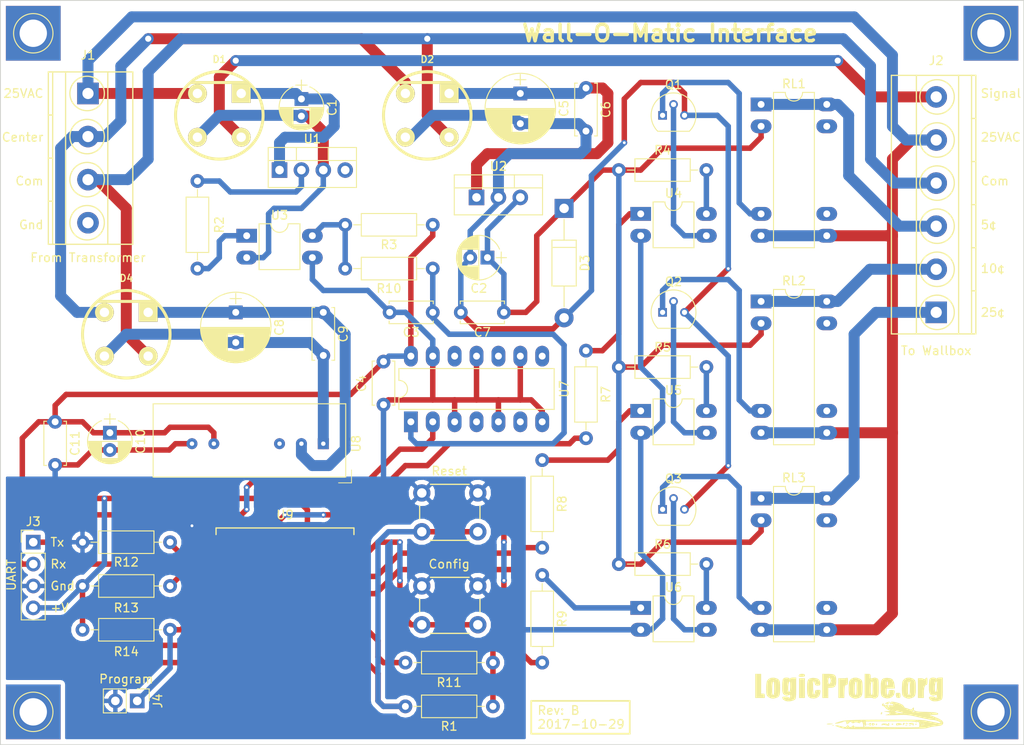
<source format=kicad_pcb>
(kicad_pcb (version 4) (host pcbnew 4.0.6)
  (title_block (title "Seeburg Wall-O-Matic Interface") (date 2017-10-29) (rev B) (company LogicProbe.org) (comment 1 "Derek Konigsberg"))
  (layers (0 F.Cu signal) (31 B.Cu signal) (34 B.Paste user) (35 F.Paste user) (36 B.SilkS user) (37 F.SilkS user) (38 B.Mask user) (39 F.Mask user) (44 Edge.Cuts user))
  (net 0 "")
  (net 1 "Net-(C1-Pad1)")
  (net 2 "Net-(C1-Pad2)")
  (net 3 "Net-(C2-Pad1)")
  (net 4 "Net-(C2-Pad2)")
  (net 5 "Net-(C3-Pad1)")
  (net 6 GND)
  (net 7 VCC)
  (net 8 "Net-(C5-Pad1)")
  (net 9 "Net-(C8-Pad1)")
  (net 10 "Net-(C8-Pad2)")
  (net 11 "Net-(D1-Pad2)")
  (net 12 "Net-(D1-Pad4)")
  (net 13 "Net-(D2-Pad2)")
  (net 14 "Net-(D2-Pad4)")
  (net 15 "Net-(J1-Pad4)")
  (net 16 "Net-(J3-Pad1)")
  (net 17 "Net-(J3-Pad2)")
  (net 18 "Net-(J4-Pad1)")
  (net 19 "Net-(Q1-Pad2)")
  (net 20 "Net-(Q1-Pad1)")
  (net 21 "Net-(Q2-Pad2)")
  (net 22 "Net-(Q2-Pad1)")
  (net 23 "Net-(Q3-Pad2)")
  (net 24 "Net-(Q3-Pad1)")
  (net 25 "Net-(R1-Pad2)")
  (net 26 "Net-(R2-Pad1)")
  (net 27 "Net-(R2-Pad2)")
  (net 28 "Net-(R10-Pad2)")
  (net 29 "Net-(R4-Pad2)")
  (net 30 "Net-(R5-Pad2)")
  (net 31 "Net-(R6-Pad2)")
  (net 32 "Net-(R7-Pad1)")
  (net 33 "Net-(R7-Pad2)")
  (net 34 "Net-(R8-Pad1)")
  (net 35 "Net-(R8-Pad2)")
  (net 36 "Net-(R9-Pad1)")
  (net 37 "Net-(R9-Pad2)")
  (net 38 "Net-(R11-Pad2)")
  (net 39 "Net-(R12-Pad1)")
  (net 40 "Net-(R13-Pad2)")
  (net 41 "Net-(RL1-Pad9)")
  (net 42 "Net-(RL1-Pad13)")
  (net 43 "Net-(RL2-Pad9)")
  (net 44 "Net-(RL2-Pad13)")
  (net 45 "Net-(RL3-Pad9)")
  (net 46 "Net-(RL3-Pad13)")
  (net 47 "Net-(U1-Pad4)")
  (net 48 "Net-(U7-Pad8)")
  (net 49 "Net-(U7-Pad2)")
  (net 50 "Net-(U7-Pad10)")
  (net 51 "Net-(U7-Pad4)")
  (net 52 "Net-(U7-Pad12)")
  (net 53 "Net-(U7-Pad6)")
  (net 54 "Net-(U8-Pad3)")
  (net 55 "Net-(U9-Pad2)")
  (net 56 "Net-(U9-Pad4)")
  (net 57 "Net-(J2-Pad3)")
  (net 58 "Net-(J2-Pad1)")
  (net 59 "Net-(J2-Pad2)")
  (net 60 "Net-(SW2-Pad2)")
  (module Capacitors_THT:CP_Radial_D5.0mm_P2.00mm (layer F.Cu) (at 54.61 28.575 270)
    (fp_text reference C1 (at 1 -3.56 270) (layer F.SilkS))
    (fp_text value 2.2uF)
    (pad 1 thru_hole rect (at 0 0 270) (size 1.6 1.6) (drill 0.8) (layers *.Cu *.Mask) (net 1 "Net-(C1-Pad1)"))
    (pad 2 thru_hole circle (at 2 0 270) (size 1.6 1.6) (drill 0.8) (layers *.Cu *.Mask) (net 2 "Net-(C1-Pad2)"))
  )
  (module Capacitors_THT:CP_Radial_D5.0mm_P2.00mm (layer F.Cu) (at 76.2 46.99 180)
    (fp_text reference C2 (at 1 -3.56 180) (layer F.SilkS))
    (fp_text value 10uF)
    (pad 1 thru_hole rect (at 0 0 180) (size 1.6 1.6) (drill 0.8) (layers *.Cu *.Mask) (net 3 "Net-(C2-Pad1)"))
    (pad 2 thru_hole circle (at 2 0 180) (size 1.6 1.6) (drill 0.8) (layers *.Cu *.Mask) (net 4 "Net-(C2-Pad2)"))
  )
  (module Capacitors_THT:C_Disc_D5.0mm_W2.5mm_P5.00mm (layer F.Cu) (at 69.85 53.34 180)
    (fp_text reference C3 (at 2.5 -2.31 180) (layer F.SilkS))
    (fp_text value 0.1uF)
    (pad 1 thru_hole circle (at 0 0 180) (size 1.6 1.6) (drill 0.8) (layers *.Cu *.Mask) (net 5 "Net-(C3-Pad1)"))
    (pad 2 thru_hole circle (at 5 0 180) (size 1.6 1.6) (drill 0.8) (layers *.Cu *.Mask) (net 6 GND))
  )
  (module Capacitors_THT:C_Disc_D5.0mm_W2.5mm_P5.00mm (layer F.Cu) (at 64.135 59.055 270)
    (fp_text reference C4 (at 2.54 2.54 270) (layer F.SilkS))
    (fp_text value 0.1uF)
    (pad 1 thru_hole circle (at 0 0 270) (size 1.6 1.6) (drill 0.8) (layers *.Cu *.Mask) (net 7 VCC))
    (pad 2 thru_hole circle (at 5 0 270) (size 1.6 1.6) (drill 0.8) (layers *.Cu *.Mask) (net 6 GND))
  )
  (module Capacitors_THT:CP_Radial_D8.0mm_P3.50mm (layer F.Cu) (at 80.01 27.94 270)
    (fp_text reference C5 (at 1.75 -5.06 270) (layer F.SilkS))
    (fp_text value 100uF)
    (pad 1 thru_hole rect (at 0 0 270) (size 1.6 1.6) (drill 0.8) (layers *.Cu *.Mask) (net 8 "Net-(C5-Pad1)"))
    (pad 2 thru_hole circle (at 3.5 0 270) (size 1.6 1.6) (drill 0.8) (layers *.Cu *.Mask) (net 4 "Net-(C2-Pad2)"))
  )
  (module Capacitors_THT:C_Disc_D6.0mm_W2.5mm_P5.00mm (layer F.Cu) (at 87.63 27.305 270)
    (fp_text reference C6 (at 2.5 -2.31 270) (layer F.SilkS))
    (fp_text value 0.33uF)
    (pad 1 thru_hole circle (at 0 0 270) (size 1.6 1.6) (drill 0.8) (layers *.Cu *.Mask) (net 8 "Net-(C5-Pad1)"))
    (pad 2 thru_hole circle (at 5 0 270) (size 1.6 1.6) (drill 0.8) (layers *.Cu *.Mask) (net 4 "Net-(C2-Pad2)"))
  )
  (module Capacitors_THT:C_Disc_D5.0mm_W2.5mm_P5.00mm (layer F.Cu) (at 78.105 53.34 180)
    (fp_text reference C7 (at 2.5 -2.31 180) (layer F.SilkS))
    (fp_text value 0.1uF)
    (pad 1 thru_hole circle (at 0 0 180) (size 1.6 1.6) (drill 0.8) (layers *.Cu *.Mask) (net 3 "Net-(C2-Pad1)"))
    (pad 2 thru_hole circle (at 5 0 180) (size 1.6 1.6) (drill 0.8) (layers *.Cu *.Mask) (net 4 "Net-(C2-Pad2)"))
  )
  (module Capacitors_THT:CP_Radial_D8.0mm_P3.50mm (layer F.Cu) (at 46.99 53.34 270)
    (fp_text reference C8 (at 1.75 -5.06 270) (layer F.SilkS))
    (fp_text value 100uF)
    (pad 1 thru_hole rect (at 0 0 270) (size 1.6 1.6) (drill 0.8) (layers *.Cu *.Mask) (net 9 "Net-(C8-Pad1)"))
    (pad 2 thru_hole circle (at 3.5 0 270) (size 1.6 1.6) (drill 0.8) (layers *.Cu *.Mask) (net 10 "Net-(C8-Pad2)"))
  )
  (module Capacitors_THT:C_Disc_D6.0mm_W2.5mm_P5.00mm (layer F.Cu) (at 57.15 53.34 270)
    (fp_text reference C9 (at 2.5 -2.31 270) (layer F.SilkS))
    (fp_text value 0.33uF)
    (pad 1 thru_hole circle (at 0 0 270) (size 1.6 1.6) (drill 0.8) (layers *.Cu *.Mask) (net 9 "Net-(C8-Pad1)"))
    (pad 2 thru_hole circle (at 5 0 270) (size 1.6 1.6) (drill 0.8) (layers *.Cu *.Mask) (net 10 "Net-(C8-Pad2)"))
  )
  (module Diodes_THT:D_DO-41_SOD81_P12.70mm_Horizontal (layer F.Cu) (at 85.09 41.275 270)
    (fp_text reference D3 (at 6.35 -2.41 270) (layer F.SilkS))
    (fp_text value 1N4007)
    (pad 1 thru_hole rect (at 0 0 270) (size 2.2 2.2) (drill 1.1) (layers *.Cu *.Mask) (net 3 "Net-(C2-Pad1)"))
    (pad 2 thru_hole oval (at 12.7 0 270) (size 2.2 2.2) (drill 1.1) (layers *.Cu *.Mask) (net 4 "Net-(C2-Pad2)"))
  )
  (module Connectors_Terminal_Blocks:TerminalBlock_Pheonix_MKDS1.5-4pol (layer F.Cu) (at 29.845 27.94 270)
    (fp_text reference J1 (at -4.445 0 360) (layer F.SilkS))
    (fp_text value "From Transformer" (at 19.05 0 540) (layer F.SilkS))
    (pad 4 thru_hole circle (at 15 0 270) (size 2.5 2.5) (drill 1.3) (layers *.Cu *.Mask) (net 15 "Net-(J1-Pad4)"))
    (pad 3 thru_hole circle (at 10 0 270) (size 2.5 2.5) (drill 1.3) (layers *.Cu *.Mask) (net 13 "Net-(D2-Pad2)"))
    (pad 1 thru_hole rect (at 0 0 270) (size 2.5 2.5) (drill 1.3) (layers *.Cu *.Mask) (net 12 "Net-(D1-Pad4)"))
    (pad 2 thru_hole circle (at 5 0 270) (size 2.5 2.5) (drill 1.3) (layers *.Cu *.Mask) (net 14 "Net-(D2-Pad4)"))
  )
  (module Connectors_Terminal_Blocks:TerminalBlock_Pheonix_MKDS1.5-6pol (layer F.Cu) (at 128.27 53.34 90)
    (fp_text reference J2 (at 29.21 0 180) (layer F.SilkS))
    (fp_text value "To Wallbox" (at -4.445 0 360) (layer F.SilkS))
    (pad 6 thru_hole circle (at 25 0 90) (size 2.5 2.5) (drill 1.3) (layers *.Cu *.Mask) (net 11 "Net-(D1-Pad2)"))
    (pad 5 thru_hole circle (at 20 0 90) (size 2.5 2.5) (drill 1.3) (layers *.Cu *.Mask) (net 12 "Net-(D1-Pad4)"))
    (pad 4 thru_hole circle (at 15 0 90) (size 2.5 2.5) (drill 1.3) (layers *.Cu *.Mask) (net 13 "Net-(D2-Pad2)"))
    (pad 3 thru_hole circle (at 10 0 90) (size 2.5 2.5) (drill 1.3) (layers *.Cu *.Mask) (net 57 "Net-(J2-Pad3)"))
    (pad 1 thru_hole rect (at 0 0 90) (size 2.5 2.5) (drill 1.3) (layers *.Cu *.Mask) (net 58 "Net-(J2-Pad1)"))
    (pad 2 thru_hole circle (at 5 0 90) (size 2.5 2.5) (drill 1.3) (layers *.Cu *.Mask) (net 59 "Net-(J2-Pad2)"))
  )
  (module Pin_Headers:Pin_Header_Straight_1x04_Pitch2.54mm (layer F.Cu) (at 23.495 80.01)
    (fp_text reference J3 (at 0 -2.39) (layer F.SilkS))
    (fp_text value UART (at -2.54 3.81 90) (layer F.SilkS))
    (pad 1 thru_hole rect (at 0 0) (size 1.7 1.7) (drill 1) (layers *.Cu *.Mask) (net 16 "Net-(J3-Pad1)"))
    (pad 2 thru_hole oval (at 0 2.54) (size 1.7 1.7) (drill 1) (layers *.Cu *.Mask) (net 17 "Net-(J3-Pad2)"))
    (pad 3 thru_hole oval (at 0 5.08) (size 1.7 1.7) (drill 1) (layers *.Cu *.Mask) (net 6 GND))
    (pad 4 thru_hole oval (at 0 7.62) (size 1.7 1.7) (drill 1) (layers *.Cu *.Mask) (net 7 VCC))
  )
  (module Pin_Headers:Pin_Header_Straight_1x02_Pitch2.54mm (layer F.Cu) (at 35.56 98.425 270)
    (fp_text reference J4 (at 0 -2.39 270) (layer F.SilkS))
    (fp_text value Program (at -2.54 1.27 360) (layer F.SilkS))
    (pad 1 thru_hole rect (at 0 0 270) (size 1.7 1.7) (drill 1) (layers *.Cu *.Mask) (net 18 "Net-(J4-Pad1)"))
    (pad 2 thru_hole oval (at 0 2.54 270) (size 1.7 1.7) (drill 1) (layers *.Cu *.Mask) (net 6 GND))
  )
  (module TO_SOT_Packages_THT:TO-92_Molded_Narrow (layer F.Cu) (at 96.52 30.48)
    (fp_text reference Q1 (at 1.27 -3.556) (layer F.SilkS))
    (fp_text value BC547)
    (pad 2 thru_hole circle (at 1.27 -1.27 90) (size 1 1) (drill 0.6) (layers *.Cu *.Mask) (net 19 "Net-(Q1-Pad2)"))
    (pad 3 thru_hole circle (at 2.54 0 90) (size 1 1) (drill 0.6) (layers *.Cu *.Mask) (net 4 "Net-(C2-Pad2)"))
    (pad 1 thru_hole rect (at 0 0 90) (size 1 1) (drill 0.6) (layers *.Cu *.Mask) (net 20 "Net-(Q1-Pad1)"))
  )
  (module TO_SOT_Packages_THT:TO-92_Molded_Narrow (layer F.Cu) (at 96.52 53.34)
    (fp_text reference Q2 (at 1.27 -3.556) (layer F.SilkS))
    (fp_text value BC547)
    (pad 2 thru_hole circle (at 1.27 -1.27 90) (size 1 1) (drill 0.6) (layers *.Cu *.Mask) (net 21 "Net-(Q2-Pad2)"))
    (pad 3 thru_hole circle (at 2.54 0 90) (size 1 1) (drill 0.6) (layers *.Cu *.Mask) (net 4 "Net-(C2-Pad2)"))
    (pad 1 thru_hole rect (at 0 0 90) (size 1 1) (drill 0.6) (layers *.Cu *.Mask) (net 22 "Net-(Q2-Pad1)"))
  )
  (module TO_SOT_Packages_THT:TO-92_Molded_Narrow (layer F.Cu) (at 96.52 76.2)
    (fp_text reference Q3 (at 1.27 -3.556) (layer F.SilkS))
    (fp_text value BC547)
    (pad 2 thru_hole circle (at 1.27 -1.27 90) (size 1 1) (drill 0.6) (layers *.Cu *.Mask) (net 23 "Net-(Q3-Pad2)"))
    (pad 3 thru_hole circle (at 2.54 0 90) (size 1 1) (drill 0.6) (layers *.Cu *.Mask) (net 4 "Net-(C2-Pad2)"))
    (pad 1 thru_hole rect (at 0 0 90) (size 1 1) (drill 0.6) (layers *.Cu *.Mask) (net 24 "Net-(Q3-Pad1)"))
  )
  (module Resistors_THT:R_Axial_DIN0207_L6.3mm_D2.5mm_P10.16mm_Horizontal (layer F.Cu) (at 76.835 99.06 180)
    (fp_text reference R1 (at 5.08 -2.31 180) (layer F.SilkS))
    (fp_text value 10k)
    (pad 1 thru_hole circle (at 0 0 180) (size 1.6 1.6) (drill 0.8) (layers *.Cu *.Mask) (net 7 VCC))
    (pad 2 thru_hole oval (at 10.16 0 180) (size 1.6 1.6) (drill 0.8) (layers *.Cu *.Mask) (net 25 "Net-(R1-Pad2)"))
  )
  (module Resistors_THT:R_Axial_DIN0207_L6.3mm_D2.5mm_P10.16mm_Horizontal (layer F.Cu) (at 42.545 48.26 90)
    (fp_text reference R2 (at 5.08 2.54 90) (layer F.SilkS))
    (fp_text value 1k)
    (pad 1 thru_hole circle (at 0 0 90) (size 1.6 1.6) (drill 0.8) (layers *.Cu *.Mask) (net 26 "Net-(R2-Pad1)"))
    (pad 2 thru_hole oval (at 10.16 0 90) (size 1.6 1.6) (drill 0.8) (layers *.Cu *.Mask) (net 27 "Net-(R2-Pad2)"))
  )
  (module Resistors_THT:R_Axial_DIN0207_L6.3mm_D2.5mm_P10.16mm_Horizontal (layer F.Cu) (at 69.85 43.18 180)
    (fp_text reference R3 (at 5.08 -2.31 180) (layer F.SilkS))
    (fp_text value 47k)
    (pad 1 thru_hole circle (at 0 0 180) (size 1.6 1.6) (drill 0.8) (layers *.Cu *.Mask) (net 7 VCC))
    (pad 2 thru_hole oval (at 10.16 0 180) (size 1.6 1.6) (drill 0.8) (layers *.Cu *.Mask) (net 28 "Net-(R10-Pad2)"))
  )
  (module Resistors_THT:R_Axial_DIN0207_L6.3mm_D2.5mm_P10.16mm_Horizontal (layer F.Cu) (at 91.44 36.83)
    (fp_text reference R4 (at 5.08 -2.31) (layer F.SilkS))
    (fp_text value 1k)
    (pad 1 thru_hole circle (at 0 0) (size 1.6 1.6) (drill 0.8) (layers *.Cu *.Mask) (net 3 "Net-(C2-Pad1)"))
    (pad 2 thru_hole oval (at 10.16 0) (size 1.6 1.6) (drill 0.8) (layers *.Cu *.Mask) (net 29 "Net-(R4-Pad2)"))
  )
  (module Resistors_THT:R_Axial_DIN0207_L6.3mm_D2.5mm_P10.16mm_Horizontal (layer F.Cu) (at 91.44 59.69)
    (fp_text reference R5 (at 5.08 -2.31) (layer F.SilkS))
    (fp_text value 1k)
    (pad 1 thru_hole circle (at 0 0) (size 1.6 1.6) (drill 0.8) (layers *.Cu *.Mask) (net 3 "Net-(C2-Pad1)"))
    (pad 2 thru_hole oval (at 10.16 0) (size 1.6 1.6) (drill 0.8) (layers *.Cu *.Mask) (net 30 "Net-(R5-Pad2)"))
  )
  (module Resistors_THT:R_Axial_DIN0207_L6.3mm_D2.5mm_P10.16mm_Horizontal (layer F.Cu) (at 91.44 82.55)
    (fp_text reference R6 (at 5.08 -2.31) (layer F.SilkS))
    (fp_text value 1k)
    (pad 1 thru_hole circle (at 0 0) (size 1.6 1.6) (drill 0.8) (layers *.Cu *.Mask) (net 3 "Net-(C2-Pad1)"))
    (pad 2 thru_hole oval (at 10.16 0) (size 1.6 1.6) (drill 0.8) (layers *.Cu *.Mask) (net 31 "Net-(R6-Pad2)"))
  )
  (module Resistors_THT:R_Axial_DIN0207_L6.3mm_D2.5mm_P10.16mm_Horizontal (layer F.Cu) (at 87.63 57.785 270)
    (fp_text reference R7 (at 5.08 -2.31 270) (layer F.SilkS))
    (fp_text value 1k)
    (pad 1 thru_hole circle (at 0 0 270) (size 1.6 1.6) (drill 0.8) (layers *.Cu *.Mask) (net 32 "Net-(R7-Pad1)"))
    (pad 2 thru_hole oval (at 10.16 0 270) (size 1.6 1.6) (drill 0.8) (layers *.Cu *.Mask) (net 33 "Net-(R7-Pad2)"))
  )
  (module Resistors_THT:R_Axial_DIN0207_L6.3mm_D2.5mm_P10.16mm_Horizontal (layer F.Cu) (at 82.55 70.485 270)
    (fp_text reference R8 (at 5.08 -2.31 270) (layer F.SilkS))
    (fp_text value 1k)
    (pad 1 thru_hole circle (at 0 0 270) (size 1.6 1.6) (drill 0.8) (layers *.Cu *.Mask) (net 34 "Net-(R8-Pad1)"))
    (pad 2 thru_hole oval (at 10.16 0 270) (size 1.6 1.6) (drill 0.8) (layers *.Cu *.Mask) (net 35 "Net-(R8-Pad2)"))
  )
  (module Resistors_THT:R_Axial_DIN0207_L6.3mm_D2.5mm_P10.16mm_Horizontal (layer F.Cu) (at 82.55 83.82 270)
    (fp_text reference R9 (at 5.08 -2.31 270) (layer F.SilkS))
    (fp_text value 1k)
    (pad 1 thru_hole circle (at 0 0 270) (size 1.6 1.6) (drill 0.8) (layers *.Cu *.Mask) (net 36 "Net-(R9-Pad1)"))
    (pad 2 thru_hole oval (at 10.16 0 270) (size 1.6 1.6) (drill 0.8) (layers *.Cu *.Mask) (net 37 "Net-(R9-Pad2)"))
  )
  (module Resistors_THT:R_Axial_DIN0207_L6.3mm_D2.5mm_P10.16mm_Horizontal (layer F.Cu) (at 69.85 48.26 180)
    (fp_text reference R10 (at 5.08 -2.31 180) (layer F.SilkS))
    (fp_text value 10k)
    (pad 1 thru_hole circle (at 0 0 180) (size 1.6 1.6) (drill 0.8) (layers *.Cu *.Mask) (net 5 "Net-(C3-Pad1)"))
    (pad 2 thru_hole oval (at 10.16 0 180) (size 1.6 1.6) (drill 0.8) (layers *.Cu *.Mask) (net 28 "Net-(R10-Pad2)"))
  )
  (module Resistors_THT:R_Axial_DIN0207_L6.3mm_D2.5mm_P10.16mm_Horizontal (layer F.Cu) (at 76.835 93.98 180)
    (fp_text reference R11 (at 5.08 -2.31 180) (layer F.SilkS))
    (fp_text value 10k)
    (pad 1 thru_hole circle (at 0 0 180) (size 1.6 1.6) (drill 0.8) (layers *.Cu *.Mask) (net 7 VCC))
    (pad 2 thru_hole oval (at 10.16 0 180) (size 1.6 1.6) (drill 0.8) (layers *.Cu *.Mask) (net 38 "Net-(R11-Pad2)"))
  )
  (module Resistors_THT:R_Axial_DIN0207_L6.3mm_D2.5mm_P10.16mm_Horizontal (layer F.Cu) (at 39.37 80.01 180)
    (fp_text reference R12 (at 5.08 -2.31 180) (layer F.SilkS))
    (fp_text value 4.7k)
    (pad 1 thru_hole circle (at 0 0 180) (size 1.6 1.6) (drill 0.8) (layers *.Cu *.Mask) (net 39 "Net-(R12-Pad1)"))
    (pad 2 thru_hole oval (at 10.16 0 180) (size 1.6 1.6) (drill 0.8) (layers *.Cu *.Mask) (net 6 GND))
  )
  (module Resistors_THT:R_Axial_DIN0207_L6.3mm_D2.5mm_P10.16mm_Horizontal (layer F.Cu) (at 29.21 85.09)
    (fp_text reference R13 (at 5.08 2.54) (layer F.SilkS))
    (fp_text value 10k)
    (pad 1 thru_hole circle (at 0 0) (size 1.6 1.6) (drill 0.8) (layers *.Cu *.Mask) (net 7 VCC))
    (pad 2 thru_hole oval (at 10.16 0) (size 1.6 1.6) (drill 0.8) (layers *.Cu *.Mask) (net 40 "Net-(R13-Pad2)"))
  )
  (module Resistors_THT:R_Axial_DIN0207_L6.3mm_D2.5mm_P10.16mm_Horizontal (layer F.Cu) (at 29.21 90.17)
    (fp_text reference R14 (at 5.08 2.54) (layer F.SilkS))
    (fp_text value 10k)
    (pad 1 thru_hole circle (at 0 0) (size 1.6 1.6) (drill 0.8) (layers *.Cu *.Mask) (net 7 VCC))
    (pad 2 thru_hole oval (at 10.16 0) (size 1.6 1.6) (drill 0.8) (layers *.Cu *.Mask) (net 18 "Net-(J4-Pad1)"))
  )
  (module wallbox-footprints:HE700_DIP-14 (layer F.Cu) (at 107.95 29.21)
    (fp_text reference RL1 (at 3.81 -2.39) (layer F.SilkS))
    (fp_text value HE721A0510)
    (pad 1 thru_hole rect (at 0 0) (size 2.4 1.6) (drill 0.8) (layers *.Cu *.Mask) (net 57 "Net-(J2-Pad3)"))
    (pad 8 thru_hole oval (at 7.62 15.24) (size 2.4 1.6) (drill 0.8) (layers *.Cu *.Mask) (net 12 "Net-(D1-Pad4)"))
    (pad 2 thru_hole oval (at 0 2.54) (size 2.4 1.6) (drill 0.8) (layers *.Cu *.Mask) (net 3 "Net-(C2-Pad1)"))
    (pad 9 thru_hole oval (at 7.62 12.7) (size 2.4 1.6) (drill 0.8) (layers *.Cu *.Mask) (net 41 "Net-(RL1-Pad9)"))
    (pad 6 thru_hole oval (at 0 12.7) (size 2.4 1.6) (drill 0.8) (layers *.Cu *.Mask) (net 20 "Net-(Q1-Pad1)"))
    (pad 13 thru_hole oval (at 7.62 2.54) (size 2.4 1.6) (drill 0.8) (layers *.Cu *.Mask) (net 42 "Net-(RL1-Pad13)"))
    (pad 7 thru_hole oval (at 0 15.24) (size 2.4 1.6) (drill 0.8) (layers *.Cu *.Mask) (net 12 "Net-(D1-Pad4)"))
    (pad 14 thru_hole oval (at 7.62 0) (size 2.4 1.6) (drill 0.8) (layers *.Cu *.Mask) (net 57 "Net-(J2-Pad3)"))
  )
  (module wallbox-footprints:HE700_DIP-14 (layer F.Cu) (at 107.95 52.07)
    (fp_text reference RL2 (at 3.81 -2.39) (layer F.SilkS))
    (fp_text value HE721A0510)
    (pad 1 thru_hole rect (at 0 0) (size 2.4 1.6) (drill 0.8) (layers *.Cu *.Mask) (net 59 "Net-(J2-Pad2)"))
    (pad 8 thru_hole oval (at 7.62 15.24) (size 2.4 1.6) (drill 0.8) (layers *.Cu *.Mask) (net 12 "Net-(D1-Pad4)"))
    (pad 2 thru_hole oval (at 0 2.54) (size 2.4 1.6) (drill 0.8) (layers *.Cu *.Mask) (net 3 "Net-(C2-Pad1)"))
    (pad 9 thru_hole oval (at 7.62 12.7) (size 2.4 1.6) (drill 0.8) (layers *.Cu *.Mask) (net 43 "Net-(RL2-Pad9)"))
    (pad 6 thru_hole oval (at 0 12.7) (size 2.4 1.6) (drill 0.8) (layers *.Cu *.Mask) (net 22 "Net-(Q2-Pad1)"))
    (pad 13 thru_hole oval (at 7.62 2.54) (size 2.4 1.6) (drill 0.8) (layers *.Cu *.Mask) (net 44 "Net-(RL2-Pad13)"))
    (pad 7 thru_hole oval (at 0 15.24) (size 2.4 1.6) (drill 0.8) (layers *.Cu *.Mask) (net 12 "Net-(D1-Pad4)"))
    (pad 14 thru_hole oval (at 7.62 0) (size 2.4 1.6) (drill 0.8) (layers *.Cu *.Mask) (net 59 "Net-(J2-Pad2)"))
  )
  (module wallbox-footprints:HE700_DIP-14 (layer F.Cu) (at 107.95 74.93)
    (fp_text reference RL3 (at 3.81 -2.39) (layer F.SilkS))
    (fp_text value HE721A0510)
    (pad 1 thru_hole rect (at 0 0) (size 2.4 1.6) (drill 0.8) (layers *.Cu *.Mask) (net 58 "Net-(J2-Pad1)"))
    (pad 8 thru_hole oval (at 7.62 15.24) (size 2.4 1.6) (drill 0.8) (layers *.Cu *.Mask) (net 12 "Net-(D1-Pad4)"))
    (pad 2 thru_hole oval (at 0 2.54) (size 2.4 1.6) (drill 0.8) (layers *.Cu *.Mask) (net 3 "Net-(C2-Pad1)"))
    (pad 9 thru_hole oval (at 7.62 12.7) (size 2.4 1.6) (drill 0.8) (layers *.Cu *.Mask) (net 45 "Net-(RL3-Pad9)"))
    (pad 6 thru_hole oval (at 0 12.7) (size 2.4 1.6) (drill 0.8) (layers *.Cu *.Mask) (net 24 "Net-(Q3-Pad1)"))
    (pad 13 thru_hole oval (at 7.62 2.54) (size 2.4 1.6) (drill 0.8) (layers *.Cu *.Mask) (net 46 "Net-(RL3-Pad13)"))
    (pad 7 thru_hole oval (at 0 15.24) (size 2.4 1.6) (drill 0.8) (layers *.Cu *.Mask) (net 12 "Net-(D1-Pad4)"))
    (pad 14 thru_hole oval (at 7.62 0) (size 2.4 1.6) (drill 0.8) (layers *.Cu *.Mask) (net 58 "Net-(J2-Pad1)"))
  )
  (module Buttons_Switches_THT:SW_PUSH_6mm_h5mm (layer F.Cu) (at 68.58 74.295)
    (fp_text reference SW1)
    (fp_text value Reset (at 3.175 -2.54) (layer F.SilkS))
    (pad 2 thru_hole circle (at 0 4.5 90) (size 2 2) (drill 1.1) (layers *.Cu *.Mask) (net 25 "Net-(R1-Pad2)"))
    (pad 1 thru_hole circle (at 0 0 90) (size 2 2) (drill 1.1) (layers *.Cu *.Mask) (net 6 GND))
    (pad 2 thru_hole circle (at 6.5 4.5 90) (size 2 2) (drill 1.1) (layers *.Cu *.Mask) (net 25 "Net-(R1-Pad2)"))
    (pad 1 thru_hole circle (at 6.5 0 90) (size 2 2) (drill 1.1) (layers *.Cu *.Mask) (net 6 GND))
  )
  (module TO_SOT_Packages_THT:TO-220-4_Vertical (layer F.Cu) (at 52.07 36.83)
    (fp_text reference U1 (at 3.81 -3.62) (layer F.SilkS))
    (fp_text value KA78R33)
    (fp_text user %R (at 3.81 -3.62) (layer F.SilkS))
    (pad 1 thru_hole rect (at 0 0) (size 1.8 1.8) (drill 1) (layers *.Cu *.Mask) (net 1 "Net-(C1-Pad1)"))
    (pad 2 thru_hole oval (at 2.54 0) (size 1.8 1.8) (drill 1) (layers *.Cu *.Mask) (net 27 "Net-(R2-Pad2)"))
    (pad 3 thru_hole oval (at 5.08 0) (size 1.8 1.8) (drill 1) (layers *.Cu *.Mask) (net 2 "Net-(C1-Pad2)"))
    (pad 4 thru_hole oval (at 7.62 0) (size 1.8 1.8) (drill 1) (layers *.Cu *.Mask) (net 47 "Net-(U1-Pad4)"))
  )
  (module TO_SOT_Packages_THT:TO-220_Vertical (layer F.Cu) (at 74.93 40.005)
    (fp_text reference U2 (at 2.54 -3.62) (layer F.SilkS))
    (fp_text value LM7805CT)
    (fp_text user %R (at 2.54 -3.62) (layer F.SilkS))
    (pad 1 thru_hole rect (at 0 0) (size 1.8 1.8) (drill 1) (layers *.Cu *.Mask) (net 8 "Net-(C5-Pad1)"))
    (pad 2 thru_hole oval (at 2.54 0) (size 1.8 1.8) (drill 1) (layers *.Cu *.Mask) (net 4 "Net-(C2-Pad2)"))
    (pad 3 thru_hole oval (at 5.08 0) (size 1.8 1.8) (drill 1) (layers *.Cu *.Mask) (net 3 "Net-(C2-Pad1)"))
  )
  (module Housings_DIP:DIP-4_W7.62mm_LongPads (layer F.Cu) (at 48.26 44.45)
    (fp_text reference U3 (at 3.81 -2.39) (layer F.SilkS))
    (fp_text value TPC817C)
    (pad 1 thru_hole rect (at 0 0) (size 2.4 1.6) (drill 0.8) (layers *.Cu *.Mask) (net 26 "Net-(R2-Pad1)"))
    (pad 3 thru_hole oval (at 7.62 2.54) (size 2.4 1.6) (drill 0.8) (layers *.Cu *.Mask) (net 6 GND))
    (pad 2 thru_hole oval (at 0 2.54) (size 2.4 1.6) (drill 0.8) (layers *.Cu *.Mask) (net 2 "Net-(C1-Pad2)"))
    (pad 4 thru_hole oval (at 7.62 0) (size 2.4 1.6) (drill 0.8) (layers *.Cu *.Mask) (net 28 "Net-(R10-Pad2)"))
  )
  (module Housings_DIP:DIP-4_W7.62mm_LongPads (layer F.Cu) (at 93.98 41.91)
    (fp_text reference U4 (at 3.81 -2.39) (layer F.SilkS))
    (fp_text value TPC817C)
    (pad 1 thru_hole rect (at 0 0) (size 2.4 1.6) (drill 0.8) (layers *.Cu *.Mask) (net 32 "Net-(R7-Pad1)"))
    (pad 3 thru_hole oval (at 7.62 2.54) (size 2.4 1.6) (drill 0.8) (layers *.Cu *.Mask) (net 19 "Net-(Q1-Pad2)"))
    (pad 2 thru_hole oval (at 0 2.54) (size 2.4 1.6) (drill 0.8) (layers *.Cu *.Mask) (net 6 GND))
    (pad 4 thru_hole oval (at 7.62 0) (size 2.4 1.6) (drill 0.8) (layers *.Cu *.Mask) (net 29 "Net-(R4-Pad2)"))
  )
  (module Housings_DIP:DIP-4_W7.62mm_LongPads (layer F.Cu) (at 93.98 64.77)
    (fp_text reference U5 (at 3.81 -2.39) (layer F.SilkS))
    (fp_text value TPC817C)
    (pad 1 thru_hole rect (at 0 0) (size 2.4 1.6) (drill 0.8) (layers *.Cu *.Mask) (net 34 "Net-(R8-Pad1)"))
    (pad 3 thru_hole oval (at 7.62 2.54) (size 2.4 1.6) (drill 0.8) (layers *.Cu *.Mask) (net 21 "Net-(Q2-Pad2)"))
    (pad 2 thru_hole oval (at 0 2.54) (size 2.4 1.6) (drill 0.8) (layers *.Cu *.Mask) (net 6 GND))
    (pad 4 thru_hole oval (at 7.62 0) (size 2.4 1.6) (drill 0.8) (layers *.Cu *.Mask) (net 30 "Net-(R5-Pad2)"))
  )
  (module Housings_DIP:DIP-4_W7.62mm_LongPads (layer F.Cu) (at 93.98 87.63)
    (fp_text reference U6 (at 3.81 -2.39) (layer F.SilkS))
    (fp_text value TPC817C)
    (pad 1 thru_hole rect (at 0 0) (size 2.4 1.6) (drill 0.8) (layers *.Cu *.Mask) (net 36 "Net-(R9-Pad1)"))
    (pad 3 thru_hole oval (at 7.62 2.54) (size 2.4 1.6) (drill 0.8) (layers *.Cu *.Mask) (net 23 "Net-(Q3-Pad2)"))
    (pad 2 thru_hole oval (at 0 2.54) (size 2.4 1.6) (drill 0.8) (layers *.Cu *.Mask) (net 6 GND))
    (pad 4 thru_hole oval (at 7.62 0) (size 2.4 1.6) (drill 0.8) (layers *.Cu *.Mask) (net 31 "Net-(R6-Pad2)"))
  )
  (module Housings_DIP:DIP-14_W7.62mm_LongPads (layer F.Cu) (at 67.31 66.04 90)
    (fp_text reference U7 (at 3.81 17.78 90) (layer F.SilkS))
    (fp_text value 74HC14)
    (pad 1 thru_hole rect (at 0 0 90) (size 2.4 1.6) (drill 0.8) (layers *.Cu *.Mask) (net 5 "Net-(C3-Pad1)"))
    (pad 8 thru_hole oval (at 7.62 15.24 90) (size 2.4 1.6) (drill 0.8) (layers *.Cu *.Mask) (net 48 "Net-(U7-Pad8)"))
    (pad 2 thru_hole oval (at 0 2.54 90) (size 2.4 1.6) (drill 0.8) (layers *.Cu *.Mask) (net 49 "Net-(U7-Pad2)"))
    (pad 9 thru_hole oval (at 7.62 12.7 90) (size 2.4 1.6) (drill 0.8) (layers *.Cu *.Mask) (net 6 GND))
    (pad 3 thru_hole oval (at 0 5.08 90) (size 2.4 1.6) (drill 0.8) (layers *.Cu *.Mask) (net 6 GND))
    (pad 10 thru_hole oval (at 7.62 10.16 90) (size 2.4 1.6) (drill 0.8) (layers *.Cu *.Mask) (net 50 "Net-(U7-Pad10)"))
    (pad 4 thru_hole oval (at 0 7.62 90) (size 2.4 1.6) (drill 0.8) (layers *.Cu *.Mask) (net 51 "Net-(U7-Pad4)"))
    (pad 11 thru_hole oval (at 7.62 7.62 90) (size 2.4 1.6) (drill 0.8) (layers *.Cu *.Mask) (net 6 GND))
    (pad 5 thru_hole oval (at 0 10.16 90) (size 2.4 1.6) (drill 0.8) (layers *.Cu *.Mask) (net 6 GND))
    (pad 12 thru_hole oval (at 7.62 5.08 90) (size 2.4 1.6) (drill 0.8) (layers *.Cu *.Mask) (net 52 "Net-(U7-Pad12)"))
    (pad 6 thru_hole oval (at 0 12.7 90) (size 2.4 1.6) (drill 0.8) (layers *.Cu *.Mask) (net 53 "Net-(U7-Pad6)"))
    (pad 13 thru_hole oval (at 7.62 2.54 90) (size 2.4 1.6) (drill 0.8) (layers *.Cu *.Mask) (net 6 GND))
    (pad 7 thru_hole oval (at 0 15.24 90) (size 2.4 1.6) (drill 0.8) (layers *.Cu *.Mask) (net 6 GND))
    (pad 14 thru_hole oval (at 7.62 0 90) (size 2.4 1.6) (drill 0.8) (layers *.Cu *.Mask) (net 7 VCC))
  )
  (module wallbox-footprints:ESP-12S_SMD (layer F.Cu) (at 59.69 93.98 180)
    (fp_text reference U9 (at 6.985 17.145 360) (layer F.SilkS))
    (fp_text value ESP-12S hide)
    (pad 1 smd rect (at 0 0 180) (size 2.5 1.1) (drill (offset -0.7 0)) (layers F.Cu F.Paste F.Mask) (net 25 "Net-(R1-Pad2)"))
    (pad 2 smd rect (at 0 2 180) (size 2.5 1.1) (drill (offset -0.7 0)) (layers F.Cu F.Paste F.Mask) (net 55 "Net-(U9-Pad2)"))
    (pad 3 smd rect (at 0 4 180) (size 2.5 1.1) (drill (offset -0.7 0)) (layers F.Cu F.Paste F.Mask) (net 38 "Net-(R11-Pad2)"))
    (pad 4 smd rect (at 0 6 180) (size 2.5 1.1) (drill (offset -0.7 0)) (layers F.Cu F.Paste F.Mask) (net 56 "Net-(U9-Pad4)"))
    (pad 5 smd rect (at 0 8 180) (size 2.5 1.1) (drill (offset -0.7 0)) (layers F.Cu F.Paste F.Mask) (net 37 "Net-(R9-Pad2)"))
    (pad 6 smd rect (at 0 10 180) (size 2.5 1.1) (drill (offset -0.7 0)) (layers F.Cu F.Paste F.Mask) (net 35 "Net-(R8-Pad2)"))
    (pad 7 smd rect (at 0 12 180) (size 2.5 1.1) (drill (offset -0.7 0)) (layers F.Cu F.Paste F.Mask) (net 60 "Net-(SW2-Pad2)"))
    (pad 8 smd rect (at 0 14 180) (size 2.5 1.1) (drill (offset -0.7 0)) (layers F.Cu F.Paste F.Mask) (net 7 VCC))
    (pad 9 smd rect (at 14 14 180) (size 2.5 1.1) (drill (offset 0.7 0)) (layers F.Cu F.Paste F.Mask) (net 6 GND))
    (pad 10 smd rect (at 14 12 180) (size 2.5 1.1) (drill (offset 0.7 0)) (layers F.Cu F.Paste F.Mask) (net 39 "Net-(R12-Pad1)"))
    (pad 11 smd rect (at 14 10 180) (size 2.5 1.1) (drill (offset 0.7 0)) (layers F.Cu F.Paste F.Mask) (net 40 "Net-(R13-Pad2)"))
    (pad 12 smd rect (at 14 8 180) (size 2.5 1.1) (drill (offset 0.7 0)) (layers F.Cu F.Paste F.Mask) (net 18 "Net-(J4-Pad1)"))
    (pad 13 smd rect (at 14 6 180) (size 2.5 1.1) (drill (offset 0.7 0)) (layers F.Cu F.Paste F.Mask) (net 49 "Net-(U7-Pad2)"))
    (pad 14 smd rect (at 14 4 180) (size 2.5 1.1) (drill (offset 0.7 0)) (layers F.Cu F.Paste F.Mask) (net 33 "Net-(R7-Pad2)"))
    (pad 15 smd rect (at 14 2 180) (size 2.5 1.1) (drill (offset 0.7 0)) (layers F.Cu F.Paste F.Mask) (net 17 "Net-(J3-Pad2)"))
    (pad 16 smd rect (at 14 0 180) (size 2.5 1.1) (drill (offset 0.7 0)) (layers F.Cu F.Paste F.Mask) (net 16 "Net-(J3-Pad1)"))
  )
  (module wallbox-footprints:1pin_hole (layer F.Cu) (at 23.495 20.955)
    (fp_text reference REF** hide)
    (fp_text value 1pin hide)
    (pad "" thru_hole rect (at 0 0) (size 6.35 6.35) (drill 3.175) (layers *.Cu *.Mask))
  )
  (module wallbox-footprints:1pin_hole (layer F.Cu) (at 134.62 20.955)
    (fp_text reference REF** hide)
    (fp_text value 1pin hide)
    (pad "" thru_hole rect (at 0 0) (size 6.35 6.35) (drill 3.175) (layers *.Cu *.Mask))
  )
  (module wallbox-footprints:1pin_hole (layer F.Cu) (at 134.62 99.695)
    (fp_text reference REF** hide)
    (fp_text value 1pin hide)
    (pad "" thru_hole rect (at 0 0) (size 6.35 6.35) (drill 3.175) (layers *.Cu *.Mask))
  )
  (module wallbox-footprints:1pin_hole (layer F.Cu) (at 23.495 99.695)
    (fp_text reference REF** hide)
    (fp_text value 1pin hide)
    (pad "" thru_hole rect (at 0 0) (size 6.35 6.35) (drill 3.175) (layers *.Cu *.Mask))
  )
  (module wallbox-footprints:LogicProbe (layer F.Cu) (at 118.11 98.425)
    (fp_text reference G*** hide)
    (fp_text value LOGO hide)
  )
  (module wallbox-footprints:DCDC-Conv_muRata_NCSxxxxSC (layer F.Cu) (at 57.15 68.58 270)
    (fp_text reference U8 (at 0 -3.81 270) (layer F.SilkS))
    (fp_text value NCS1S2403SC)
    (pad 1 thru_hole rect (at 0 0 270) (size 1.27 1.27) (drill 0.508) (layers *.Cu *.Mask) (net 10 "Net-(C8-Pad2)"))
    (pad 2 thru_hole oval (at 0 2.54 270) (size 1.27 1.27) (drill 0.508) (layers *.Cu *.Mask) (net 9 "Net-(C8-Pad1)"))
    (pad 3 thru_hole oval (at 0 5.08 270) (size 1.27 1.27) (drill 0.508) (layers *.Cu *.Mask) (net 54 "Net-(U8-Pad3)"))
    (pad 6 thru_hole oval (at 0 12.7 270) (size 1.27 1.27) (drill 0.508) (layers *.Cu *.Mask) (net 7 VCC))
    (pad 7 thru_hole oval (at 0 15.24 270) (size 1.27 1.27) (drill 0.508) (layers *.Cu *.Mask) (net 6 GND))
  )
  (module Capacitors_THT:CP_Radial_D5.0mm_P2.00mm (layer F.Cu) (at 32.385 67.31 270)
    (fp_text reference C10 (at 1 -3.56 270) (layer F.SilkS))
    (fp_text value 10uF)
    (pad 1 thru_hole rect (at 0 0 270) (size 1.6 1.6) (drill 0.8) (layers *.Cu *.Mask) (net 7 VCC))
    (pad 2 thru_hole circle (at 2 0 270) (size 1.6 1.6) (drill 0.8) (layers *.Cu *.Mask) (net 6 GND))
  )
  (module Capacitors_THT:C_Disc_D5.0mm_W2.5mm_P5.00mm (layer F.Cu) (at 26.035 66.04 270)
    (fp_text reference C11 (at 2.5 -2.31 270) (layer F.SilkS))
    (fp_text value 0.1uF)
    (pad 1 thru_hole circle (at 0 0 270) (size 1.6 1.6) (drill 0.8) (layers *.Cu *.Mask) (net 7 VCC))
    (pad 2 thru_hole circle (at 5 0 270) (size 1.6 1.6) (drill 0.8) (layers *.Cu *.Mask) (net 6 GND))
  )
  (module Buttons_Switches_THT:SW_PUSH_6mm_h5mm (layer F.Cu) (at 68.58 85.09)
    (fp_text reference SW2)
    (fp_text value Config (at 3.175 -2.54) (layer F.SilkS))
    (pad 2 thru_hole circle (at 0 4.5 90) (size 2 2) (drill 1.1) (layers *.Cu *.Mask) (net 60 "Net-(SW2-Pad2)"))
    (pad 1 thru_hole circle (at 0 0 90) (size 2 2) (drill 1.1) (layers *.Cu *.Mask) (net 6 GND))
    (pad 2 thru_hole circle (at 6.5 4.5 90) (size 2 2) (drill 1.1) (layers *.Cu *.Mask) (net 60 "Net-(SW2-Pad2)"))
    (pad 1 thru_hole circle (at 6.5 0 90) (size 2 2) (drill 1.1) (layers *.Cu *.Mask) (net 6 GND))
  )
  (module wallbox-footprints:D-BRIDGE-WOG (layer F.Cu) (at 34.29 55.88)
    (fp_text reference D4 (at 0 -6.5) (layer F.SilkS) (effects (font (size 0.8 0.8))))
    (fp_text value 2W005G)
    (pad 2 thru_hole circle (at 2.54 2.54) (size 2.1844 2.1844) (drill 1.0922) (layers *.Cu *.Mask F.SilkS) (net 13 "Net-(D2-Pad2)"))
    (pad 3 thru_hole circle (at -2.54 2.54) (size 2.1844 2.1844) (drill 1.0922) (layers *.Cu *.Mask F.SilkS) (net 10 "Net-(C8-Pad2)"))
    (pad 1 thru_hole rect (at 2.54 -2.54) (size 2.1844 2.1844) (drill 1.0922) (layers *.Cu *.Mask F.SilkS) (net 9 "Net-(C8-Pad1)"))
    (pad 4 thru_hole circle (at -2.54 -2.54) (size 2.1844 2.1844) (drill 1.0922) (layers *.Cu *.Mask F.SilkS) (net 14 "Net-(D2-Pad4)"))
  )
  (module wallbox-footprints:D-BRIDGE-WOG (layer F.Cu) (at 45.085 30.48)
    (fp_text reference D1 (at 0 -6.5) (layer F.SilkS) (effects (font (size 0.8 0.8))))
    (fp_text value 2W005G)
    (pad 2 thru_hole circle (at 2.54 2.54) (size 2.1844 2.1844) (drill 1.0922) (layers *.Cu *.Mask F.SilkS) (net 11 "Net-(D1-Pad2)"))
    (pad 3 thru_hole circle (at -2.54 2.54) (size 2.1844 2.1844) (drill 1.0922) (layers *.Cu *.Mask F.SilkS) (net 2 "Net-(C1-Pad2)"))
    (pad 1 thru_hole rect (at 2.54 -2.54) (size 2.1844 2.1844) (drill 1.0922) (layers *.Cu *.Mask F.SilkS) (net 1 "Net-(C1-Pad1)"))
    (pad 4 thru_hole circle (at -2.54 -2.54) (size 2.1844 2.1844) (drill 1.0922) (layers *.Cu *.Mask F.SilkS) (net 12 "Net-(D1-Pad4)"))
  )
  (module wallbox-footprints:D-BRIDGE-WOG (layer F.Cu) (at 69.215 30.48)
    (fp_text reference D2 (at 0 -6.5) (layer F.SilkS) (effects (font (size 0.8 0.8))))
    (fp_text value 2W005G)
    (pad 2 thru_hole circle (at 2.54 2.54) (size 2.1844 2.1844) (drill 1.0922) (layers *.Cu *.Mask F.SilkS) (net 13 "Net-(D2-Pad2)"))
    (pad 3 thru_hole circle (at -2.54 2.54) (size 2.1844 2.1844) (drill 1.0922) (layers *.Cu *.Mask F.SilkS) (net 4 "Net-(C2-Pad2)"))
    (pad 1 thru_hole rect (at 2.54 -2.54) (size 2.1844 2.1844) (drill 1.0922) (layers *.Cu *.Mask F.SilkS) (net 8 "Net-(C5-Pad1)"))
    (pad 4 thru_hole circle (at -2.54 -2.54) (size 2.1844 2.1844) (drill 1.0922) (layers *.Cu *.Mask F.SilkS) (net 14 "Net-(D2-Pad4)"))
  )
  (gr_line (start 81.28 102.235) (end 81.28 98.425) (angle 90) (layer F.SilkS) (width 0.2))
  (gr_line (start 92.71 102.235) (end 81.28 102.235) (angle 90) (layer F.SilkS) (width 0.2))
  (gr_line (start 92.71 98.425) (end 92.71 102.235) (angle 90) (layer F.SilkS) (width 0.2))
  (gr_line (start 81.28 98.425) (end 92.71 98.425) (angle 90) (layer F.SilkS) (width 0.2))
  (gr_text "Rev: B\n2017-10-29" (at 81.915 100.33) (layer F.SilkS) (effects (font (size 1 1)) (justify left)))
  (gr_text "Wall-O-Matic Interface" (at 80.01 20.955) (layer F.SilkS) (effects (font (size 1.905 1.905) (thickness 0.396875)) (justify left)))
  (gr_line (start 19.685 103.505) (end 19.685 17.145) (angle 90) (layer Edge.Cuts) (width 0.1))
  (gr_line (start 138.43 103.505) (end 19.685 103.505) (angle 90) (layer Edge.Cuts) (width 0.1))
  (gr_line (start 138.43 17.145) (end 138.43 103.505) (angle 90) (layer Edge.Cuts) (width 0.1))
  (gr_line (start 19.685 17.145) (end 138.43 17.145) (angle 90) (layer Edge.Cuts) (width 0.1))
  (gr_text Gnd (at 25.4 85.09) (layer F.SilkS) (effects (font (size 1 1)) (justify left)))
  (gr_text +V (at 25.4 87.63) (layer F.SilkS) (effects (font (size 1 1)) (justify left)))
  (gr_text Rx (at 25.4 82.55) (layer F.SilkS) (effects (font (size 1 1)) (justify left)))
  (gr_text Tx (at 25.4 80.01) (layer F.SilkS) (effects (font (size 1 1)) (justify left)))
  (gr_text Gnd (at 24.765 43.18) (layer F.SilkS) (effects (font (size 1 1)) (justify right)))
  (gr_text Com (at 24.765 38.1) (layer F.SilkS) (effects (font (size 1 1)) (justify right)))
  (gr_text Center (at 24.765 33.02) (layer F.SilkS) (effects (font (size 1 1)) (justify right)))
  (gr_text 25VAC (at 24.765 27.94) (layer F.SilkS) (effects (font (size 1 1)) (justify right)))
  (gr_text 25¢ (at 133.35 53.34) (layer F.SilkS) (effects (font (size 1 1)) (justify left)))
  (gr_text 10¢ (at 133.35 48.26) (layer F.SilkS) (effects (font (size 1 1)) (justify left)))
  (gr_text 5¢ (at 133.35 43.18) (layer F.SilkS) (effects (font (size 1 1)) (justify left)))
  (gr_text Com (at 133.35 38.1) (layer F.SilkS) (effects (font (size 1 1)) (justify left)))
  (gr_text 25VAC (at 133.35 33.02) (layer F.SilkS) (effects (font (size 1 1)) (justify left)))
  (gr_text Signal (at 133.35 27.94) (layer F.SilkS) (effects (font (size 1 1)) (justify left)))
  (segment (start 54.61 28.575) (end 57.785 28.575) (width 1.27) (layer B.Cu) (net 1))
  (segment (start 52.07 33.655) (end 52.07 36.83) (width 1.27) (layer B.Cu) (net 1))
  (segment (start 52.705 33.02) (end 52.07 33.655) (width 1.27) (layer B.Cu) (net 1))
  (segment (start 57.15 33.02) (end 52.705 33.02) (width 1.27) (layer B.Cu) (net 1))
  (segment (start 58.42 31.75) (end 57.15 33.02) (width 1.27) (layer B.Cu) (net 1))
  (segment (start 58.42 29.21) (end 58.42 31.75) (width 1.27) (layer B.Cu) (net 1))
  (segment (start 57.785 28.575) (end 58.42 29.21) (width 1.27) (layer B.Cu) (net 1))
  (segment (start 47.625 27.94) (end 53.975 27.94) (width 1.27) (layer B.Cu) (net 1))
  (segment (start 53.975 27.94) (end 54.61 28.575) (width 1.27) (layer B.Cu) (net 1))
  (segment (start 57.15 36.83) (end 57.15 38.735) (width 0.635) (layer B.Cu) (net 2))
  (segment (start 50.165 46.99) (end 48.26 46.99) (width 0.635) (layer B.Cu) (net 2))
  (segment (start 50.8 46.355) (end 50.165 46.99) (width 0.635) (layer B.Cu) (net 2))
  (segment (start 50.8 41.91) (end 50.8 46.355) (width 0.635) (layer B.Cu) (net 2))
  (segment (start 51.435 41.275) (end 50.8 41.91) (width 0.635) (layer B.Cu) (net 2))
  (segment (start 54.61 41.275) (end 51.435 41.275) (width 0.635) (layer B.Cu) (net 2))
  (segment (start 57.15 38.735) (end 54.61 41.275) (width 0.635) (layer B.Cu) (net 2))
  (segment (start 54.61 30.575) (end 55.34 30.575) (width 1.27) (layer F.Cu) (net 2))
  (segment (start 55.34 30.575) (end 57.15 32.385) (width 1.27) (layer F.Cu) (net 2))
  (segment (start 57.15 32.385) (end 57.15 36.83) (width 1.27) (layer F.Cu) (net 2))
  (segment (start 42.545 33.02) (end 45.085 30.48) (width 1.27) (layer B.Cu) (net 2))
  (segment (start 45.085 30.48) (end 54.515 30.48) (width 1.27) (layer B.Cu) (net 2))
  (segment (start 54.515 30.48) (end 54.61 30.575) (width 1.27) (layer B.Cu) (net 2))
  (segment (start 91.44 36.83) (end 89.535 36.83) (width 0.635) (layer F.Cu) (net 3))
  (segment (start 89.535 36.83) (end 85.09 41.275) (width 0.635) (layer F.Cu) (net 3))
  (segment (start 78.105 53.34) (end 80.645 53.34) (width 0.635) (layer F.Cu) (net 3))
  (segment (start 80.645 53.34) (end 81.915 52.07) (width 0.635) (layer F.Cu) (net 3))
  (segment (start 81.915 52.07) (end 81.915 44.45) (width 0.635) (layer F.Cu) (net 3))
  (segment (start 81.915 44.45) (end 85.09 41.275) (width 0.635) (layer F.Cu) (net 3))
  (segment (start 76.2 46.99) (end 78.105 48.895) (width 0.635) (layer B.Cu) (net 3))
  (segment (start 78.105 48.895) (end 78.105 53.34) (width 0.635) (layer B.Cu) (net 3))
  (segment (start 80.01 40.005) (end 76.2 43.815) (width 0.635) (layer B.Cu) (net 3))
  (segment (start 76.2 43.815) (end 76.2 46.99) (width 0.635) (layer B.Cu) (net 3))
  (segment (start 91.44 59.69) (end 91.44 82.55) (width 0.635) (layer B.Cu) (net 3))
  (segment (start 91.44 36.83) (end 91.44 59.69) (width 0.635) (layer B.Cu) (net 3))
  (segment (start 107.95 31.75) (end 107.95 33.02) (width 0.635) (layer F.Cu) (net 3))
  (segment (start 93.98 36.83) (end 91.44 36.83) (width 0.635) (layer F.Cu) (net 3))
  (segment (start 96.52 34.29) (end 93.98 36.83) (width 0.635) (layer F.Cu) (net 3))
  (segment (start 106.68 34.29) (end 96.52 34.29) (width 0.635) (layer F.Cu) (net 3))
  (segment (start 107.95 33.02) (end 106.68 34.29) (width 0.635) (layer F.Cu) (net 3))
  (segment (start 107.95 54.61) (end 107.95 55.88) (width 0.635) (layer F.Cu) (net 3))
  (segment (start 93.98 59.69) (end 91.44 59.69) (width 0.635) (layer F.Cu) (net 3))
  (segment (start 96.52 57.15) (end 93.98 59.69) (width 0.635) (layer F.Cu) (net 3))
  (segment (start 106.68 57.15) (end 96.52 57.15) (width 0.635) (layer F.Cu) (net 3))
  (segment (start 107.95 55.88) (end 106.68 57.15) (width 0.635) (layer F.Cu) (net 3))
  (segment (start 107.95 77.47) (end 107.95 78.74) (width 0.635) (layer F.Cu) (net 3))
  (segment (start 93.98 82.55) (end 91.44 82.55) (width 0.635) (layer F.Cu) (net 3))
  (segment (start 96.52 80.01) (end 93.98 82.55) (width 0.635) (layer F.Cu) (net 3))
  (segment (start 106.68 80.01) (end 96.52 80.01) (width 0.635) (layer F.Cu) (net 3))
  (segment (start 107.95 78.74) (end 106.68 80.01) (width 0.635) (layer F.Cu) (net 3))
  (segment (start 99.06 30.48) (end 99.06 27.94) (width 0.635) (layer F.Cu) (net 4))
  (segment (start 88.265 50.8) (end 85.09 53.975) (width 0.635) (layer B.Cu) (net 4))
  (segment (start 88.265 37.465) (end 88.265 50.8) (width 0.635) (layer B.Cu) (net 4))
  (segment (start 92.075 33.655) (end 88.265 37.465) (width 0.635) (layer B.Cu) (net 4))
  (via (at 92.075 33.655) (size 0.6858) (drill 0.3302) (layers F.Cu B.Cu) (net 4))
  (segment (start 92.075 28.575) (end 92.075 33.655) (width 0.635) (layer F.Cu) (net 4))
  (segment (start 93.98 26.67) (end 92.075 28.575) (width 0.635) (layer F.Cu) (net 4))
  (segment (start 97.79 26.67) (end 93.98 26.67) (width 0.635) (layer F.Cu) (net 4))
  (segment (start 99.06 27.94) (end 97.79 26.67) (width 0.635) (layer F.Cu) (net 4))
  (segment (start 73.105 53.34) (end 73.105 53.42) (width 0.635) (layer F.Cu) (net 4))
  (segment (start 73.105 53.42) (end 74.93 55.245) (width 0.635) (layer F.Cu) (net 4))
  (segment (start 74.93 55.245) (end 83.82 55.245) (width 0.635) (layer F.Cu) (net 4))
  (segment (start 83.82 55.245) (end 85.09 53.975) (width 0.635) (layer F.Cu) (net 4))
  (segment (start 74.2 46.99) (end 74.2 47.085) (width 0.635) (layer B.Cu) (net 4))
  (segment (start 74.2 47.085) (end 73.105 48.18) (width 0.635) (layer B.Cu) (net 4))
  (segment (start 73.105 48.18) (end 73.105 53.34) (width 0.635) (layer B.Cu) (net 4))
  (segment (start 77.47 40.005) (end 77.47 40.64) (width 0.635) (layer B.Cu) (net 4))
  (segment (start 77.47 40.64) (end 74.2 43.91) (width 0.635) (layer B.Cu) (net 4))
  (segment (start 74.2 43.91) (end 74.2 46.99) (width 0.635) (layer B.Cu) (net 4))
  (segment (start 77.47 36.195) (end 77.47 40.005) (width 1.27) (layer B.Cu) (net 4))
  (segment (start 78.74 34.925) (end 77.47 36.195) (width 1.27) (layer B.Cu) (net 4))
  (segment (start 86.995 34.925) (end 78.74 34.925) (width 1.27) (layer B.Cu) (net 4))
  (segment (start 87.63 34.29) (end 86.995 34.925) (width 1.27) (layer B.Cu) (net 4))
  (segment (start 87.63 32.305) (end 87.63 34.29) (width 1.27) (layer B.Cu) (net 4))
  (segment (start 86.765 31.44) (end 87.63 32.305) (width 1.27) (layer B.Cu) (net 4))
  (segment (start 80.01 31.44) (end 86.765 31.44) (width 1.27) (layer B.Cu) (net 4))
  (segment (start 79.05 30.48) (end 80.01 31.44) (width 1.27) (layer B.Cu) (net 4))
  (segment (start 69.85 30.48) (end 79.05 30.48) (width 1.27) (layer B.Cu) (net 4))
  (segment (start 67.31 33.02) (end 69.85 30.48) (width 1.27) (layer B.Cu) (net 4))
  (segment (start 66.675 33.02) (end 67.31 33.02) (width 1.27) (layer B.Cu) (net 4))
  (segment (start 99.06 53.34) (end 104.14 58.42) (width 0.635) (layer B.Cu) (net 4))
  (segment (start 104.14 71.12) (end 99.06 76.2) (width 0.635) (layer F.Cu) (net 4))
  (via (at 104.14 71.12) (size 0.6858) (drill 0.3302) (layers F.Cu B.Cu) (net 4))
  (segment (start 104.14 58.42) (end 104.14 71.12) (width 0.635) (layer B.Cu) (net 4))
  (segment (start 99.06 30.48) (end 102.87 30.48) (width 0.635) (layer B.Cu) (net 4))
  (segment (start 102.87 30.48) (end 104.14 31.75) (width 0.635) (layer B.Cu) (net 4))
  (segment (start 104.14 31.75) (end 104.14 48.26) (width 0.635) (layer B.Cu) (net 4))
  (via (at 104.14 48.26) (size 0.6858) (drill 0.3302) (layers F.Cu B.Cu) (net 4))
  (segment (start 104.14 48.26) (end 99.06 53.34) (width 0.635) (layer F.Cu) (net 4))
  (segment (start 69.85 53.34) (end 69.85 53.975) (width 0.635) (layer B.Cu) (net 5))
  (segment (start 69.85 53.975) (end 71.755 55.88) (width 0.635) (layer B.Cu) (net 5))
  (segment (start 67.31 67.945) (end 67.31 66.04) (width 0.635) (layer B.Cu) (net 5))
  (segment (start 67.945 68.58) (end 67.31 67.945) (width 0.635) (layer B.Cu) (net 5))
  (segment (start 83.82 68.58) (end 67.945 68.58) (width 0.635) (layer B.Cu) (net 5))
  (segment (start 85.09 67.31) (end 83.82 68.58) (width 0.635) (layer B.Cu) (net 5))
  (segment (start 85.09 57.15) (end 85.09 67.31) (width 0.635) (layer B.Cu) (net 5))
  (segment (start 83.82 55.88) (end 85.09 57.15) (width 0.635) (layer B.Cu) (net 5))
  (segment (start 71.755 55.88) (end 83.82 55.88) (width 0.635) (layer B.Cu) (net 5))
  (segment (start 69.85 48.26) (end 69.85 53.34) (width 0.635) (layer B.Cu) (net 5))
  (segment (start 77.47 66.04) (end 77.47 63.5) (width 0.635) (layer F.Cu) (net 6))
  (segment (start 72.39 66.04) (end 72.39 63.5) (width 0.635) (layer F.Cu) (net 6))
  (segment (start 26.035 71.04) (end 26.035 73.66) (width 0.635) (layer B.Cu) (net 6))
  (segment (start 93.98 90.17) (end 79.375 90.17) (width 0.635) (layer B.Cu) (net 6))
  (segment (start 64.85 53.34) (end 66.675 53.34) (width 0.635) (layer B.Cu) (net 6))
  (segment (start 69.85 56.515) (end 69.85 58.42) (width 0.635) (layer B.Cu) (net 6))
  (segment (start 66.675 53.34) (end 69.85 56.515) (width 0.635) (layer B.Cu) (net 6))
  (segment (start 55.88 46.99) (end 55.88 49.53) (width 0.635) (layer B.Cu) (net 6))
  (segment (start 62.31 50.8) (end 64.85 53.34) (width 0.635) (layer B.Cu) (net 6))
  (segment (start 57.15 50.8) (end 62.31 50.8) (width 0.635) (layer B.Cu) (net 6))
  (segment (start 55.88 49.53) (end 57.15 50.8) (width 0.635) (layer B.Cu) (net 6))
  (segment (start 64.135 64.055) (end 64.135 73.66) (width 0.635) (layer B.Cu) (net 6))
  (segment (start 69.85 63.5) (end 64.69 63.5) (width 0.635) (layer F.Cu) (net 6))
  (segment (start 64.69 63.5) (end 64.135 64.055) (width 0.635) (layer F.Cu) (net 6))
  (segment (start 80.01 58.42) (end 80.01 63.5) (width 0.635) (layer F.Cu) (net 6))
  (segment (start 74.93 58.42) (end 74.93 63.5) (width 0.635) (layer F.Cu) (net 6))
  (segment (start 69.85 58.42) (end 69.85 63.5) (width 0.635) (layer F.Cu) (net 6))
  (segment (start 82.55 66.04) (end 82.55 64.77) (width 0.635) (layer F.Cu) (net 6))
  (segment (start 81.28 63.5) (end 80.01 63.5) (width 0.635) (layer F.Cu) (net 6))
  (segment (start 80.01 63.5) (end 77.47 63.5) (width 0.635) (layer F.Cu) (net 6))
  (segment (start 77.47 63.5) (end 74.93 63.5) (width 0.635) (layer F.Cu) (net 6))
  (segment (start 74.93 63.5) (end 72.39 63.5) (width 0.635) (layer F.Cu) (net 6))
  (segment (start 72.39 63.5) (end 69.85 63.5) (width 0.635) (layer F.Cu) (net 6))
  (segment (start 82.55 64.77) (end 81.28 63.5) (width 0.635) (layer F.Cu) (net 6))
  (segment (start 32.385 69.31) (end 30.385 69.31) (width 0.635) (layer F.Cu) (net 6))
  (segment (start 28.655 71.04) (end 26.035 71.04) (width 0.635) (layer F.Cu) (net 6))
  (segment (start 30.385 69.31) (end 28.655 71.04) (width 0.635) (layer F.Cu) (net 6))
  (segment (start 41.91 68.58) (end 40.005 68.58) (width 0.635) (layer F.Cu) (net 6))
  (segment (start 39.275 69.31) (end 32.385 69.31) (width 0.635) (layer F.Cu) (net 6))
  (segment (start 40.005 68.58) (end 39.275 69.31) (width 0.635) (layer F.Cu) (net 6))
  (segment (start 45.69 79.98) (end 43.785 79.98) (width 0.635) (layer F.Cu) (net 6))
  (segment (start 43.785 79.98) (end 41.91 78.105) (width 0.635) (layer F.Cu) (net 6))
  (via (at 41.91 78.105) (size 0.6858) (drill 0.3302) (layers F.Cu B.Cu) (net 6))
  (segment (start 93.98 67.31) (end 93.98 81.28) (width 0.635) (layer B.Cu) (net 6))
  (segment (start 95.25 90.17) (end 93.98 90.17) (width 0.635) (layer B.Cu) (net 6))
  (segment (start 96.52 88.9) (end 95.25 90.17) (width 0.635) (layer B.Cu) (net 6))
  (segment (start 96.52 83.82) (end 96.52 88.9) (width 0.635) (layer B.Cu) (net 6))
  (segment (start 93.98 81.28) (end 96.52 83.82) (width 0.635) (layer B.Cu) (net 6))
  (segment (start 93.98 44.45) (end 93.98 59.69) (width 0.635) (layer B.Cu) (net 6))
  (segment (start 95.25 67.31) (end 93.98 67.31) (width 0.635) (layer B.Cu) (net 6))
  (segment (start 96.52 66.04) (end 95.25 67.31) (width 0.635) (layer B.Cu) (net 6))
  (segment (start 96.52 62.23) (end 96.52 66.04) (width 0.635) (layer B.Cu) (net 6))
  (segment (start 93.98 59.69) (end 96.52 62.23) (width 0.635) (layer B.Cu) (net 6))
  (segment (start 23.495 87.63) (end 26.67 87.63) (width 0.635) (layer B.Cu) (net 7))
  (segment (start 26.67 87.63) (end 29.21 85.09) (width 0.635) (layer B.Cu) (net 7))
  (segment (start 31.75 74.93) (end 24.13 74.93) (width 0.635) (layer F.Cu) (net 7))
  (segment (start 22.225 67.945) (end 24.13 66.04) (width 0.635) (layer F.Cu) (net 7))
  (segment (start 22.225 73.025) (end 22.225 67.945) (width 0.635) (layer F.Cu) (net 7))
  (segment (start 24.13 74.93) (end 22.225 73.025) (width 0.635) (layer F.Cu) (net 7))
  (segment (start 24.13 66.04) (end 26.035 66.04) (width 0.635) (layer F.Cu) (net 7))
  (segment (start 64.135 59.055) (end 60.325 62.865) (width 0.635) (layer F.Cu) (net 7))
  (segment (start 26.035 64.135) (end 26.035 66.04) (width 0.635) (layer F.Cu) (net 7))
  (segment (start 27.305 62.865) (end 26.035 64.135) (width 0.635) (layer F.Cu) (net 7))
  (segment (start 60.325 62.865) (end 27.305 62.865) (width 0.635) (layer F.Cu) (net 7))
  (segment (start 69.85 43.18) (end 69.85 44.45) (width 0.635) (layer F.Cu) (net 7))
  (segment (start 67.31 46.99) (end 67.31 58.42) (width 0.635) (layer F.Cu) (net 7))
  (segment (start 69.85 44.45) (end 67.31 46.99) (width 0.635) (layer F.Cu) (net 7))
  (segment (start 67.31 58.42) (end 64.77 58.42) (width 0.635) (layer B.Cu) (net 7))
  (segment (start 64.77 58.42) (end 64.135 59.055) (width 0.635) (layer B.Cu) (net 7))
  (segment (start 76.835 93.98) (end 76.835 91.44) (width 0.635) (layer F.Cu) (net 7))
  (segment (start 63.47 76.2) (end 59.69 79.98) (width 0.635) (layer F.Cu) (net 7))
  (segment (start 76.835 76.2) (end 63.47 76.2) (width 0.635) (layer F.Cu) (net 7))
  (segment (start 78.105 77.47) (end 76.835 76.2) (width 0.635) (layer F.Cu) (net 7))
  (segment (start 78.105 80.01) (end 78.105 77.47) (width 0.635) (layer F.Cu) (net 7))
  (via (at 78.105 80.01) (size 0.6858) (drill 0.3302) (layers F.Cu B.Cu) (net 7))
  (segment (start 78.105 84.455) (end 78.105 80.01) (width 0.635) (layer B.Cu) (net 7))
  (via (at 78.105 84.455) (size 0.6858) (drill 0.3302) (layers F.Cu B.Cu) (net 7))
  (segment (start 78.105 90.17) (end 78.105 84.455) (width 0.635) (layer F.Cu) (net 7))
  (segment (start 76.835 91.44) (end 78.105 90.17) (width 0.635) (layer F.Cu) (net 7))
  (segment (start 76.835 99.06) (end 76.835 93.98) (width 0.635) (layer F.Cu) (net 7))
  (via (at 31.75 74.93) (size 0.6858) (drill 0.3302) (layers F.Cu B.Cu) (net 7))
  (segment (start 31.75 82.55) (end 31.75 74.93) (width 0.635) (layer B.Cu) (net 7))
  (segment (start 29.21 85.09) (end 31.75 82.55) (width 0.635) (layer B.Cu) (net 7))
  (segment (start 59.69 79.98) (end 56.545 79.98) (width 0.635) (layer F.Cu) (net 7))
  (segment (start 53.975 74.93) (end 31.75 74.93) (width 0.635) (layer F.Cu) (net 7))
  (segment (start 55.305 76.26) (end 53.975 74.93) (width 0.635) (layer F.Cu) (net 7))
  (segment (start 55.305 78.74) (end 55.305 76.26) (width 0.635) (layer F.Cu) (net 7))
  (segment (start 56.545 79.98) (end 55.305 78.74) (width 0.635) (layer F.Cu) (net 7))
  (segment (start 26.035 66.04) (end 25.4 66.04) (width 0.635) (layer B.Cu) (net 7))
  (segment (start 32.385 67.31) (end 30.48 67.31) (width 0.635) (layer F.Cu) (net 7))
  (segment (start 30.48 67.31) (end 29.21 66.04) (width 0.635) (layer F.Cu) (net 7))
  (segment (start 29.21 66.04) (end 26.035 66.04) (width 0.635) (layer F.Cu) (net 7))
  (segment (start 44.45 68.58) (end 44.45 67.31) (width 0.635) (layer F.Cu) (net 7))
  (segment (start 38.735 67.31) (end 32.385 67.31) (width 0.635) (layer F.Cu) (net 7))
  (segment (start 39.37 66.675) (end 38.735 67.31) (width 0.635) (layer F.Cu) (net 7))
  (segment (start 43.815 66.675) (end 39.37 66.675) (width 0.635) (layer F.Cu) (net 7))
  (segment (start 44.45 67.31) (end 43.815 66.675) (width 0.635) (layer F.Cu) (net 7))
  (segment (start 29.21 90.17) (end 29.21 85.09) (width 0.635) (layer F.Cu) (net 7))
  (segment (start 74.93 36.195) (end 74.93 40.005) (width 1.27) (layer F.Cu) (net 8))
  (segment (start 76.2 34.925) (end 74.93 36.195) (width 1.27) (layer F.Cu) (net 8))
  (segment (start 88.9 34.925) (end 76.2 34.925) (width 1.27) (layer F.Cu) (net 8))
  (segment (start 90.17 33.655) (end 88.9 34.925) (width 1.27) (layer F.Cu) (net 8))
  (segment (start 90.17 27.94) (end 90.17 33.655) (width 1.27) (layer F.Cu) (net 8))
  (segment (start 89.535 27.305) (end 90.17 27.94) (width 1.27) (layer F.Cu) (net 8))
  (segment (start 87.63 27.305) (end 89.535 27.305) (width 1.27) (layer F.Cu) (net 8))
  (segment (start 86.995 27.94) (end 87.63 27.305) (width 1.27) (layer B.Cu) (net 8))
  (segment (start 80.01 27.94) (end 86.995 27.94) (width 1.27) (layer B.Cu) (net 8))
  (segment (start 71.755 27.94) (end 80.01 27.94) (width 1.27) (layer B.Cu) (net 8))
  (segment (start 57.15 53.34) (end 59.69 55.88) (width 1.27) (layer B.Cu) (net 9))
  (segment (start 54.61 69.85) (end 54.61 68.58) (width 1.27) (layer B.Cu) (net 9))
  (segment (start 55.88 71.12) (end 54.61 69.85) (width 1.27) (layer B.Cu) (net 9))
  (segment (start 57.785 71.12) (end 55.88 71.12) (width 1.27) (layer B.Cu) (net 9))
  (segment (start 59.69 69.215) (end 57.785 71.12) (width 1.27) (layer B.Cu) (net 9))
  (segment (start 59.69 55.88) (end 59.69 69.215) (width 1.27) (layer B.Cu) (net 9))
  (segment (start 46.99 53.34) (end 57.15 53.34) (width 1.27) (layer B.Cu) (net 9))
  (segment (start 36.83 53.34) (end 46.99 53.34) (width 1.27) (layer B.Cu) (net 9))
  (segment (start 57.15 58.34) (end 57.15 68.58) (width 1.27) (layer B.Cu) (net 10))
  (segment (start 46.99 56.84) (end 55.65 56.84) (width 1.27) (layer B.Cu) (net 10))
  (segment (start 55.65 56.84) (end 57.15 58.34) (width 1.27) (layer B.Cu) (net 10))
  (segment (start 31.75 58.42) (end 34.29 55.88) (width 1.27) (layer B.Cu) (net 10))
  (segment (start 44.14 56.84) (end 46.99 56.84) (width 1.27) (layer B.Cu) (net 10))
  (segment (start 43.18 55.88) (end 44.14 56.84) (width 1.27) (layer B.Cu) (net 10))
  (segment (start 34.29 55.88) (end 43.18 55.88) (width 1.27) (layer B.Cu) (net 10))
  (segment (start 47.625 33.02) (end 45.085 30.48) (width 1.27) (layer F.Cu) (net 11))
  (segment (start 121.05 28.34) (end 128.27 28.34) (width 1.27) (layer F.Cu) (net 11))
  (segment (start 116.84 24.13) (end 121.05 28.34) (width 1.27) (layer F.Cu) (net 11))
  (via (at 116.84 24.13) (size 1.27) (drill 0.7112) (layers F.Cu B.Cu) (net 11))
  (segment (start 46.99 24.13) (end 116.84 24.13) (width 1.27) (layer B.Cu) (net 11))
  (via (at 46.99 24.13) (size 1.27) (drill 0.7112) (layers F.Cu B.Cu) (net 11))
  (segment (start 45.085 26.035) (end 46.99 24.13) (width 1.27) (layer F.Cu) (net 11))
  (segment (start 45.085 30.48) (end 45.085 26.035) (width 1.27) (layer F.Cu) (net 11))
  (segment (start 42.545 27.94) (end 29.845 27.94) (width 1.27) (layer F.Cu) (net 12))
  (segment (start 29.845 27.94) (end 29.845 24.13) (width 1.27) (layer B.Cu) (net 12))
  (segment (start 124.78 33.34) (end 128.27 33.34) (width 1.27) (layer B.Cu) (net 12))
  (segment (start 123.19 31.75) (end 124.78 33.34) (width 1.27) (layer B.Cu) (net 12))
  (segment (start 123.19 23.495) (end 123.19 31.75) (width 1.27) (layer B.Cu) (net 12))
  (segment (start 118.745 19.05) (end 123.19 23.495) (width 1.27) (layer B.Cu) (net 12))
  (segment (start 34.925 19.05) (end 118.745 19.05) (width 1.27) (layer B.Cu) (net 12))
  (segment (start 29.845 24.13) (end 34.925 19.05) (width 1.27) (layer B.Cu) (net 12))
  (segment (start 115.57 44.45) (end 123.19 44.45) (width 1.27) (layer F.Cu) (net 12))
  (segment (start 123.19 44.45) (end 122.555 44.45) (width 1.27) (layer F.Cu) (net 12))
  (segment (start 122.555 44.45) (end 123.19 44.45) (width 1.27) (layer F.Cu) (net 12))
  (segment (start 115.57 67.31) (end 123.19 67.31) (width 1.27) (layer F.Cu) (net 12))
  (segment (start 128.27 33.34) (end 125.41 33.34) (width 1.27) (layer F.Cu) (net 12))
  (segment (start 123.19 35.56) (end 123.19 44.45) (width 1.27) (layer F.Cu) (net 12))
  (segment (start 125.41 33.34) (end 123.19 35.56) (width 1.27) (layer F.Cu) (net 12))
  (segment (start 123.19 44.45) (end 123.19 67.31) (width 1.27) (layer F.Cu) (net 12))
  (segment (start 121.285 90.17) (end 115.57 90.17) (width 1.27) (layer F.Cu) (net 12))
  (segment (start 123.19 67.31) (end 123.19 88.265) (width 1.27) (layer F.Cu) (net 12))
  (segment (start 123.19 88.265) (end 121.285 90.17) (width 1.27) (layer F.Cu) (net 12))
  (segment (start 107.95 90.17) (end 115.57 90.17) (width 1.27) (layer B.Cu) (net 12))
  (segment (start 107.95 67.31) (end 115.57 67.31) (width 1.27) (layer B.Cu) (net 12))
  (segment (start 107.95 44.45) (end 115.57 44.45) (width 1.27) (layer B.Cu) (net 12))
  (segment (start 71.755 33.02) (end 69.215 30.48) (width 1.27) (layer F.Cu) (net 13))
  (via (at 69.215 21.59) (size 1.27) (drill 0.7112) (layers F.Cu B.Cu) (net 13))
  (segment (start 69.215 30.48) (end 69.215 21.59) (width 1.27) (layer F.Cu) (net 13))
  (segment (start 29.845 37.94) (end 34.45 37.94) (width 1.27) (layer B.Cu) (net 13))
  (segment (start 123.43 38.34) (end 128.27 38.34) (width 1.27) (layer B.Cu) (net 13))
  (segment (start 120.65 35.56) (end 123.43 38.34) (width 1.27) (layer B.Cu) (net 13))
  (segment (start 120.65 24.765) (end 120.65 35.56) (width 1.27) (layer B.Cu) (net 13))
  (segment (start 117.475 21.59) (end 120.65 24.765) (width 1.27) (layer B.Cu) (net 13))
  (segment (start 40.64 21.59) (end 69.215 21.59) (width 1.27) (layer B.Cu) (net 13))
  (segment (start 69.215 21.59) (end 117.475 21.59) (width 1.27) (layer B.Cu) (net 13))
  (segment (start 36.83 25.4) (end 40.64 21.59) (width 1.27) (layer B.Cu) (net 13))
  (segment (start 36.83 35.56) (end 36.83 25.4) (width 1.27) (layer B.Cu) (net 13))
  (segment (start 34.45 37.94) (end 36.83 35.56) (width 1.27) (layer B.Cu) (net 13))
  (segment (start 29.845 37.94) (end 30.955 37.94) (width 1.27) (layer F.Cu) (net 13))
  (segment (start 30.955 37.94) (end 34.29 41.275) (width 1.27) (layer F.Cu) (net 13))
  (segment (start 34.29 55.88) (end 36.83 58.42) (width 1.27) (layer F.Cu) (net 13))
  (segment (start 34.29 41.275) (end 34.29 55.88) (width 1.27) (layer F.Cu) (net 13))
  (segment (start 29.845 32.94) (end 31.83 32.94) (width 1.27) (layer B.Cu) (net 14))
  (segment (start 66.675 26.67) (end 66.675 27.94) (width 1.27) (layer F.Cu) (net 14))
  (segment (start 61.595 21.59) (end 66.675 26.67) (width 1.27) (layer F.Cu) (net 14))
  (segment (start 36.83 21.59) (end 61.595 21.59) (width 1.27) (layer F.Cu) (net 14))
  (via (at 36.83 21.59) (size 1.27) (drill 0.7112) (layers F.Cu B.Cu) (net 14))
  (segment (start 33.655 24.765) (end 36.83 21.59) (width 1.27) (layer B.Cu) (net 14))
  (segment (start 33.655 31.115) (end 33.655 24.765) (width 1.27) (layer B.Cu) (net 14))
  (segment (start 31.83 32.94) (end 33.655 31.115) (width 1.27) (layer B.Cu) (net 14))
  (segment (start 29.845 32.94) (end 28.02 32.94) (width 1.27) (layer B.Cu) (net 14))
  (segment (start 28.575 53.34) (end 31.75 53.34) (width 1.27) (layer B.Cu) (net 14))
  (segment (start 26.67 51.435) (end 28.575 53.34) (width 1.27) (layer B.Cu) (net 14))
  (segment (start 26.67 34.29) (end 26.67 51.435) (width 1.27) (layer B.Cu) (net 14))
  (segment (start 28.02 32.94) (end 26.67 34.29) (width 1.27) (layer B.Cu) (net 14))
  (segment (start 29.845 32.94) (end 29.29 32.94) (width 1.27) (layer B.Cu) (net 14))
  (segment (start 23.495 80.01) (end 25.4 80.01) (width 0.635) (layer F.Cu) (net 16))
  (segment (start 35.56 93.98) (end 45.69 93.98) (width 0.635) (layer F.Cu) (net 16))
  (segment (start 34.29 92.71) (end 35.56 93.98) (width 0.635) (layer F.Cu) (net 16))
  (segment (start 34.29 83.82) (end 34.29 92.71) (width 0.635) (layer F.Cu) (net 16))
  (segment (start 33.02 82.55) (end 34.29 83.82) (width 0.635) (layer F.Cu) (net 16))
  (segment (start 27.94 82.55) (end 33.02 82.55) (width 0.635) (layer F.Cu) (net 16))
  (segment (start 25.4 80.01) (end 27.94 82.55) (width 0.635) (layer F.Cu) (net 16))
  (segment (start 23.495 82.55) (end 22.225 82.55) (width 0.635) (layer F.Cu) (net 17))
  (segment (start 36.735 91.98) (end 45.69 91.98) (width 0.635) (layer F.Cu) (net 17))
  (segment (start 36.195 91.44) (end 36.735 91.98) (width 0.635) (layer F.Cu) (net 17))
  (segment (start 36.195 78.105) (end 36.195 91.44) (width 0.635) (layer F.Cu) (net 17))
  (segment (start 34.925 76.835) (end 36.195 78.105) (width 0.635) (layer F.Cu) (net 17))
  (segment (start 22.225 76.835) (end 34.925 76.835) (width 0.635) (layer F.Cu) (net 17))
  (segment (start 20.955 78.105) (end 22.225 76.835) (width 0.635) (layer F.Cu) (net 17))
  (segment (start 20.955 81.28) (end 20.955 78.105) (width 0.635) (layer F.Cu) (net 17))
  (segment (start 22.225 82.55) (end 20.955 81.28) (width 0.635) (layer F.Cu) (net 17))
  (segment (start 39.37 90.17) (end 39.37 94.615) (width 0.635) (layer B.Cu) (net 18))
  (segment (start 39.37 94.615) (end 35.56 98.425) (width 0.635) (layer B.Cu) (net 18))
  (segment (start 45.69 85.98) (end 42.29 85.98) (width 0.635) (layer F.Cu) (net 18))
  (segment (start 40.64 90.17) (end 39.37 90.17) (width 0.635) (layer F.Cu) (net 18))
  (segment (start 41.91 88.9) (end 40.64 90.17) (width 0.635) (layer F.Cu) (net 18))
  (segment (start 41.91 86.36) (end 41.91 88.9) (width 0.635) (layer F.Cu) (net 18))
  (segment (start 42.29 85.98) (end 41.91 86.36) (width 0.635) (layer F.Cu) (net 18))
  (segment (start 97.79 29.21) (end 97.79 43.18) (width 0.635) (layer B.Cu) (net 19))
  (segment (start 99.06 44.45) (end 101.6 44.45) (width 0.635) (layer B.Cu) (net 19))
  (segment (start 97.79 43.18) (end 99.06 44.45) (width 0.635) (layer B.Cu) (net 19))
  (segment (start 96.52 30.48) (end 96.52 27.94) (width 0.635) (layer B.Cu) (net 20))
  (segment (start 106.68 41.91) (end 107.95 41.91) (width 0.635) (layer B.Cu) (net 20))
  (segment (start 105.41 40.64) (end 106.68 41.91) (width 0.635) (layer B.Cu) (net 20))
  (segment (start 105.41 27.94) (end 105.41 40.64) (width 0.635) (layer B.Cu) (net 20))
  (segment (start 104.14 26.67) (end 105.41 27.94) (width 0.635) (layer B.Cu) (net 20))
  (segment (start 97.79 26.67) (end 104.14 26.67) (width 0.635) (layer B.Cu) (net 20))
  (segment (start 96.52 27.94) (end 97.79 26.67) (width 0.635) (layer B.Cu) (net 20))
  (segment (start 97.79 52.07) (end 97.79 66.04) (width 0.635) (layer B.Cu) (net 21))
  (segment (start 99.06 67.31) (end 101.6 67.31) (width 0.635) (layer B.Cu) (net 21))
  (segment (start 97.79 66.04) (end 99.06 67.31) (width 0.635) (layer B.Cu) (net 21))
  (segment (start 96.52 53.34) (end 96.52 50.8) (width 0.635) (layer B.Cu) (net 22))
  (segment (start 106.68 64.77) (end 107.95 64.77) (width 0.635) (layer B.Cu) (net 22))
  (segment (start 105.41 63.5) (end 106.68 64.77) (width 0.635) (layer B.Cu) (net 22))
  (segment (start 105.41 50.8) (end 105.41 63.5) (width 0.635) (layer B.Cu) (net 22))
  (segment (start 104.14 49.53) (end 105.41 50.8) (width 0.635) (layer B.Cu) (net 22))
  (segment (start 97.79 49.53) (end 104.14 49.53) (width 0.635) (layer B.Cu) (net 22))
  (segment (start 96.52 50.8) (end 97.79 49.53) (width 0.635) (layer B.Cu) (net 22))
  (segment (start 97.79 74.93) (end 97.79 88.9) (width 0.635) (layer B.Cu) (net 23))
  (segment (start 99.06 90.17) (end 101.6 90.17) (width 0.635) (layer B.Cu) (net 23))
  (segment (start 97.79 88.9) (end 99.06 90.17) (width 0.635) (layer B.Cu) (net 23))
  (segment (start 96.52 76.2) (end 96.52 73.66) (width 0.635) (layer B.Cu) (net 24))
  (segment (start 106.68 87.63) (end 107.95 87.63) (width 0.635) (layer B.Cu) (net 24))
  (segment (start 105.41 86.36) (end 106.68 87.63) (width 0.635) (layer B.Cu) (net 24))
  (segment (start 105.41 73.66) (end 105.41 86.36) (width 0.635) (layer B.Cu) (net 24))
  (segment (start 104.14 72.39) (end 105.41 73.66) (width 0.635) (layer B.Cu) (net 24))
  (segment (start 97.79 72.39) (end 104.14 72.39) (width 0.635) (layer B.Cu) (net 24))
  (segment (start 96.52 73.66) (end 97.79 72.39) (width 0.635) (layer B.Cu) (net 24))
  (segment (start 68.58 78.795) (end 75.08 78.795) (width 0.635) (layer F.Cu) (net 25))
  (segment (start 68.58 78.795) (end 64.715 78.795) (width 0.635) (layer B.Cu) (net 25))
  (segment (start 64.135 99.06) (end 66.675 99.06) (width 0.635) (layer B.Cu) (net 25))
  (segment (start 63.5 98.425) (end 64.135 99.06) (width 0.635) (layer B.Cu) (net 25))
  (segment (start 63.5 80.01) (end 63.5 98.425) (width 0.635) (layer B.Cu) (net 25))
  (segment (start 64.715 78.795) (end 63.5 80.01) (width 0.635) (layer B.Cu) (net 25))
  (segment (start 59.69 93.98) (end 62.23 93.98) (width 0.635) (layer F.Cu) (net 25))
  (segment (start 62.23 93.98) (end 63.5 95.25) (width 0.635) (layer F.Cu) (net 25))
  (segment (start 63.5 95.25) (end 63.5 98.425) (width 0.635) (layer F.Cu) (net 25))
  (segment (start 63.5 98.425) (end 64.135 99.06) (width 0.635) (layer F.Cu) (net 25))
  (segment (start 64.135 99.06) (end 66.675 99.06) (width 0.635) (layer F.Cu) (net 25))
  (segment (start 42.545 48.26) (end 43.815 48.26) (width 0.635) (layer B.Cu) (net 26))
  (segment (start 45.72 44.45) (end 48.26 44.45) (width 0.635) (layer B.Cu) (net 26))
  (segment (start 45.085 45.085) (end 45.72 44.45) (width 0.635) (layer B.Cu) (net 26))
  (segment (start 45.085 46.99) (end 45.085 45.085) (width 0.635) (layer B.Cu) (net 26))
  (segment (start 43.815 48.26) (end 45.085 46.99) (width 0.635) (layer B.Cu) (net 26))
  (segment (start 54.61 36.83) (end 54.61 38.735) (width 0.635) (layer B.Cu) (net 27))
  (segment (start 45.085 38.1) (end 42.545 38.1) (width 0.635) (layer B.Cu) (net 27))
  (segment (start 46.355 39.37) (end 45.085 38.1) (width 0.635) (layer B.Cu) (net 27))
  (segment (start 53.975 39.37) (end 46.355 39.37) (width 0.635) (layer B.Cu) (net 27))
  (segment (start 54.61 38.735) (end 53.975 39.37) (width 0.635) (layer B.Cu) (net 27))
  (segment (start 59.69 43.18) (end 59.69 48.26) (width 0.635) (layer B.Cu) (net 28))
  (segment (start 55.88 44.45) (end 57.15 43.18) (width 0.635) (layer B.Cu) (net 28))
  (segment (start 57.15 43.18) (end 59.69 43.18) (width 0.635) (layer B.Cu) (net 28))
  (segment (start 101.6 36.83) (end 101.6 41.91) (width 0.635) (layer B.Cu) (net 29))
  (segment (start 101.6 59.69) (end 101.6 64.77) (width 0.635) (layer B.Cu) (net 30))
  (segment (start 101.6 82.55) (end 101.6 87.63) (width 0.635) (layer B.Cu) (net 31))
  (segment (start 93.98 41.91) (end 92.71 41.91) (width 0.635) (layer F.Cu) (net 32))
  (segment (start 89.535 57.785) (end 87.63 57.785) (width 0.635) (layer F.Cu) (net 32))
  (segment (start 91.44 55.88) (end 89.535 57.785) (width 0.635) (layer F.Cu) (net 32))
  (segment (start 91.44 43.18) (end 91.44 55.88) (width 0.635) (layer F.Cu) (net 32))
  (segment (start 92.71 41.91) (end 91.44 43.18) (width 0.635) (layer F.Cu) (net 32))
  (segment (start 87.63 67.945) (end 86.36 67.945) (width 0.635) (layer F.Cu) (net 33))
  (segment (start 47.815 89.98) (end 45.69 89.98) (width 0.635) (layer F.Cu) (net 33))
  (segment (start 50.165 87.63) (end 47.815 89.98) (width 0.635) (layer F.Cu) (net 33))
  (segment (start 50.165 79.375) (end 50.165 87.63) (width 0.635) (layer F.Cu) (net 33))
  (segment (start 52.705 76.835) (end 50.165 79.375) (width 0.635) (layer F.Cu) (net 33))
  (via (at 52.705 76.835) (size 0.6858) (drill 0.3302) (layers F.Cu B.Cu) (net 33))
  (segment (start 57.15 76.835) (end 52.705 76.835) (width 0.635) (layer B.Cu) (net 33))
  (via (at 57.15 76.835) (size 0.6858) (drill 0.3302) (layers F.Cu B.Cu) (net 33))
  (segment (start 60.96 76.835) (end 57.15 76.835) (width 0.635) (layer F.Cu) (net 33))
  (segment (start 66.675 71.12) (end 60.96 76.835) (width 0.635) (layer F.Cu) (net 33))
  (segment (start 69.215 71.12) (end 66.675 71.12) (width 0.635) (layer F.Cu) (net 33))
  (segment (start 71.755 68.58) (end 69.215 71.12) (width 0.635) (layer F.Cu) (net 33))
  (segment (start 85.725 68.58) (end 71.755 68.58) (width 0.635) (layer F.Cu) (net 33))
  (segment (start 86.36 67.945) (end 85.725 68.58) (width 0.635) (layer F.Cu) (net 33))
  (segment (start 93.98 64.77) (end 92.71 64.77) (width 0.635) (layer F.Cu) (net 34))
  (segment (start 90.17 70.485) (end 82.55 70.485) (width 0.635) (layer F.Cu) (net 34))
  (segment (start 91.44 69.215) (end 90.17 70.485) (width 0.635) (layer F.Cu) (net 34))
  (segment (start 91.44 66.04) (end 91.44 69.215) (width 0.635) (layer F.Cu) (net 34))
  (segment (start 92.71 64.77) (end 91.44 66.04) (width 0.635) (layer F.Cu) (net 34))
  (segment (start 82.55 80.645) (end 80.01 80.645) (width 0.635) (layer F.Cu) (net 35))
  (segment (start 63.34 83.98) (end 59.69 83.98) (width 0.635) (layer F.Cu) (net 35))
  (segment (start 66.04 81.28) (end 63.34 83.98) (width 0.635) (layer F.Cu) (net 35))
  (segment (start 79.375 81.28) (end 66.04 81.28) (width 0.635) (layer F.Cu) (net 35))
  (segment (start 80.01 80.645) (end 79.375 81.28) (width 0.635) (layer F.Cu) (net 35))
  (segment (start 93.98 87.63) (end 86.36 87.63) (width 0.635) (layer B.Cu) (net 36))
  (segment (start 86.36 87.63) (end 82.55 83.82) (width 0.635) (layer B.Cu) (net 36))
  (segment (start 82.55 93.98) (end 81.28 93.98) (width 0.635) (layer F.Cu) (net 37))
  (segment (start 63.245 85.98) (end 59.69 85.98) (width 0.635) (layer F.Cu) (net 37))
  (segment (start 66.04 83.185) (end 63.245 85.98) (width 0.635) (layer F.Cu) (net 37))
  (segment (start 79.375 83.185) (end 66.04 83.185) (width 0.635) (layer F.Cu) (net 37))
  (segment (start 80.01 83.82) (end 79.375 83.185) (width 0.635) (layer F.Cu) (net 37))
  (segment (start 80.01 92.71) (end 80.01 83.82) (width 0.635) (layer F.Cu) (net 37))
  (segment (start 81.28 93.98) (end 80.01 92.71) (width 0.635) (layer F.Cu) (net 37))
  (segment (start 59.69 89.98) (end 62.04 89.98) (width 0.635) (layer F.Cu) (net 38))
  (segment (start 64.135 93.98) (end 66.675 93.98) (width 0.635) (layer F.Cu) (net 38))
  (segment (start 63.5 93.345) (end 64.135 93.98) (width 0.635) (layer F.Cu) (net 38))
  (segment (start 63.5 91.44) (end 63.5 93.345) (width 0.635) (layer F.Cu) (net 38))
  (segment (start 62.04 89.98) (end 63.5 91.44) (width 0.635) (layer F.Cu) (net 38))
  (segment (start 45.69 81.98) (end 41.21 81.98) (width 0.635) (layer F.Cu) (net 39))
  (segment (start 41.21 81.98) (end 39.37 80.14) (width 0.635) (layer F.Cu) (net 39))
  (segment (start 39.37 80.14) (end 39.37 80.01) (width 0.635) (layer F.Cu) (net 39))
  (segment (start 45.69 83.98) (end 40.48 83.98) (width 0.635) (layer F.Cu) (net 40))
  (segment (start 40.48 83.98) (end 39.37 85.09) (width 0.635) (layer F.Cu) (net 40))
  (segment (start 47.625 86.045) (end 45.69 87.98) (width 0.635) (layer F.Cu) (net 49))
  (segment (start 47.625 76.835) (end 47.625 86.045) (width 0.635) (layer F.Cu) (net 49))
  (segment (start 48.26 76.2) (end 47.625 76.835) (width 0.635) (layer F.Cu) (net 49))
  (via (at 48.26 76.2) (size 0.6858) (drill 0.3302) (layers F.Cu B.Cu) (net 49))
  (segment (start 48.26 73.66) (end 48.26 76.2) (width 0.635) (layer B.Cu) (net 49))
  (via (at 48.26 73.66) (size 0.6858) (drill 0.3302) (layers F.Cu B.Cu) (net 49))
  (segment (start 48.895 73.025) (end 48.26 73.66) (width 0.635) (layer F.Cu) (net 49))
  (segment (start 62.23 73.025) (end 48.895 73.025) (width 0.635) (layer F.Cu) (net 49))
  (segment (start 66.04 69.215) (end 62.23 73.025) (width 0.635) (layer F.Cu) (net 49))
  (segment (start 68.58 69.215) (end 66.04 69.215) (width 0.635) (layer F.Cu) (net 49))
  (segment (start 69.85 67.945) (end 68.58 69.215) (width 0.635) (layer F.Cu) (net 49))
  (segment (start 69.85 66.04) (end 69.85 67.945) (width 0.635) (layer F.Cu) (net 49))
  (segment (start 115.57 29.21) (end 116.84 29.21) (width 1.27) (layer B.Cu) (net 57))
  (segment (start 123.985 43.34) (end 128.27 43.34) (width 1.27) (layer B.Cu) (net 57))
  (segment (start 118.11 37.465) (end 123.985 43.34) (width 1.27) (layer B.Cu) (net 57))
  (segment (start 118.11 30.48) (end 118.11 37.465) (width 1.27) (layer B.Cu) (net 57))
  (segment (start 116.84 29.21) (end 118.11 30.48) (width 1.27) (layer B.Cu) (net 57))
  (segment (start 107.95 29.21) (end 115.57 29.21) (width 1.27) (layer B.Cu) (net 57))
  (segment (start 115.57 74.93) (end 116.205 74.93) (width 1.27) (layer B.Cu) (net 58))
  (segment (start 116.205 74.93) (end 118.745 72.39) (width 1.27) (layer B.Cu) (net 58))
  (segment (start 121.285 53.34) (end 128.27 53.34) (width 1.27) (layer B.Cu) (net 58))
  (segment (start 118.745 55.88) (end 121.285 53.34) (width 1.27) (layer B.Cu) (net 58))
  (segment (start 118.745 72.39) (end 118.745 55.88) (width 1.27) (layer B.Cu) (net 58))
  (segment (start 107.95 74.93) (end 115.57 74.93) (width 1.27) (layer B.Cu) (net 58))
  (segment (start 115.57 52.07) (end 116.84 52.07) (width 1.27) (layer B.Cu) (net 59))
  (segment (start 120.57 48.34) (end 128.27 48.34) (width 1.27) (layer B.Cu) (net 59))
  (segment (start 116.84 52.07) (end 120.57 48.34) (width 1.27) (layer B.Cu) (net 59))
  (segment (start 107.95 52.07) (end 115.57 52.07) (width 1.27) (layer B.Cu) (net 59))
  (segment (start 68.58 89.59) (end 75.08 89.59) (width 0.635) (layer F.Cu) (net 60))
  (segment (start 68.58 89.59) (end 67.365 89.59) (width 0.635) (layer F.Cu) (net 60))
  (segment (start 63.5 80.01) (end 61.53 81.98) (width 0.635) (layer F.Cu) (net 60))
  (segment (start 66.04 80.01) (end 63.5 80.01) (width 0.635) (layer F.Cu) (net 60))
  (via (at 66.04 80.01) (size 0.6858) (drill 0.3302) (layers F.Cu B.Cu) (net 60))
  (segment (start 66.04 84.455) (end 66.04 80.01) (width 0.635) (layer B.Cu) (net 60))
  (via (at 66.04 84.455) (size 0.6858) (drill 0.3302) (layers F.Cu B.Cu) (net 60))
  (segment (start 66.04 88.265) (end 66.04 84.455) (width 0.635) (layer F.Cu) (net 60))
  (segment (start 67.365 89.59) (end 66.04 88.265) (width 0.635) (layer F.Cu) (net 60))
  (segment (start 61.53 81.98) (end 59.69 81.98) (width 0.635) (layer F.Cu) (net 60))
  (zone (net 6) (net_name GND) (layer B.Cu) (connect_pads (clearance 0.508)) (min_thickness 0.254) (fill yes (arc_segments 16) (thermal_gap 0.508) (thermal_bridge_width 0.508))
    (polygon (pts (xy 80.645 102.87) (xy 20.32 102.87) (xy 20.32 72.39) (xy 80.645 72.39)))
  )
)
</source>
